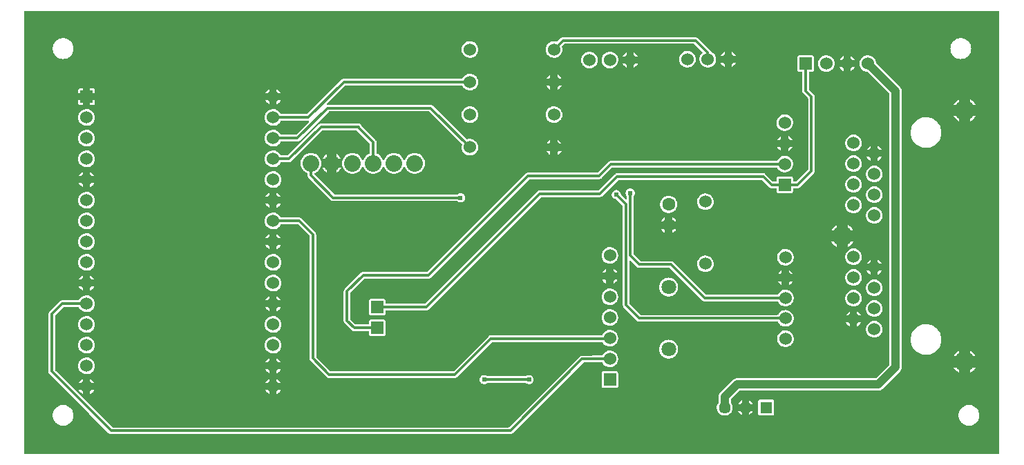
<source format=gbl>
G04 Layer: BottomLayer*
G04 EasyEDA v6.5.22, 2022-11-12 17:47:35*
G04 ce38d28f7cee49089ddcaa43e1d23f5c,50c4fdda8110441fb1e293bfd2639754,10*
G04 Gerber Generator version 0.2*
G04 Scale: 100 percent, Rotated: No, Reflected: No *
G04 Dimensions in millimeters *
G04 leading zeros omitted , absolute positions ,4 integer and 5 decimal *
%FSLAX45Y45*%
%MOMM*%

%ADD10C,0.3000*%
%ADD11C,1.0000*%
%ADD12C,1.5240*%
%ADD13R,1.5240X1.5240*%
%ADD14C,2.5000*%
%ADD15C,1.6000*%
%ADD16C,1.8000*%
%ADD17R,1.5301X1.5301*%
%ADD18C,1.5301*%
%ADD19C,2.0320*%
%ADD20C,1.4481*%
%ADD21R,1.4481X1.4481*%
%ADD22C,0.6096*%
%ADD23C,0.0180*%

%LPD*%
G36*
X36068Y25908D02*
G01*
X32156Y26670D01*
X28854Y28905D01*
X26670Y32207D01*
X25908Y36068D01*
X25908Y5453938D01*
X26670Y5457799D01*
X28854Y5461101D01*
X32156Y5463286D01*
X36068Y5464098D01*
X11963958Y5464098D01*
X11967819Y5463286D01*
X11971070Y5461101D01*
X11973255Y5457799D01*
X11974068Y5453938D01*
X11974068Y36068D01*
X11973255Y32207D01*
X11971070Y28905D01*
X11967819Y26670D01*
X11963958Y25908D01*
G37*

%LPC*%
G36*
X1090320Y269087D02*
G01*
X5979414Y269087D01*
X5987846Y269900D01*
X5995517Y272237D01*
X6002578Y275996D01*
X6009132Y281432D01*
X6874103Y1146352D01*
X6877354Y1148537D01*
X6881215Y1149299D01*
X7100417Y1150620D01*
X7104176Y1149959D01*
X7107326Y1148029D01*
X7109612Y1145032D01*
X7112101Y1139952D01*
X7119823Y1128725D01*
X7128967Y1118616D01*
X7139431Y1109827D01*
X7150912Y1102461D01*
X7163257Y1096721D01*
X7176312Y1092708D01*
X7189774Y1090422D01*
X7203389Y1089964D01*
X7217003Y1091336D01*
X7230262Y1094486D01*
X7242962Y1099413D01*
X7254900Y1105966D01*
X7265873Y1114044D01*
X7275728Y1123543D01*
X7284110Y1134211D01*
X7291070Y1145946D01*
X7296403Y1158494D01*
X7300010Y1171651D01*
X7301839Y1185164D01*
X7301839Y1198829D01*
X7300010Y1212342D01*
X7296403Y1225499D01*
X7291070Y1238046D01*
X7284110Y1249781D01*
X7275728Y1260449D01*
X7265873Y1269949D01*
X7254900Y1278026D01*
X7242962Y1284579D01*
X7230262Y1289507D01*
X7217003Y1292656D01*
X7203389Y1294028D01*
X7189774Y1293571D01*
X7176312Y1291285D01*
X7163257Y1287272D01*
X7150912Y1281531D01*
X7139431Y1274165D01*
X7128967Y1265377D01*
X7119823Y1255268D01*
X7112101Y1244041D01*
X7109155Y1237996D01*
X7106869Y1235049D01*
X7103719Y1233119D01*
X7100062Y1232458D01*
X6860235Y1230985D01*
X6852005Y1230172D01*
X6844385Y1227836D01*
X6837273Y1224076D01*
X6830771Y1218641D01*
X5965901Y353872D01*
X5962650Y351637D01*
X5958789Y350875D01*
X1111046Y350875D01*
X1107135Y351688D01*
X1103833Y353872D01*
X403860Y1053947D01*
X401726Y1057249D01*
X400862Y1061161D01*
X400862Y1718818D01*
X401726Y1722729D01*
X403860Y1726031D01*
X503174Y1825345D01*
X506476Y1827530D01*
X510336Y1828292D01*
X686663Y1828292D01*
X690118Y1827682D01*
X693166Y1825955D01*
X695401Y1823313D01*
X702614Y1811274D01*
X711047Y1800504D01*
X720852Y1791004D01*
X731926Y1782927D01*
X743864Y1776323D01*
X756615Y1771396D01*
X769924Y1768246D01*
X783539Y1766874D01*
X797204Y1767332D01*
X810717Y1769618D01*
X823772Y1773682D01*
X836168Y1779422D01*
X847750Y1786788D01*
X858164Y1795627D01*
X867308Y1805736D01*
X875080Y1817014D01*
X881227Y1829257D01*
X885698Y1842160D01*
X888441Y1855571D01*
X889355Y1869186D01*
X888441Y1882851D01*
X885698Y1896262D01*
X881227Y1909165D01*
X875080Y1921408D01*
X867308Y1932686D01*
X858164Y1942795D01*
X847750Y1951634D01*
X836168Y1959000D01*
X823772Y1964740D01*
X810717Y1968804D01*
X797204Y1971090D01*
X783539Y1971548D01*
X769924Y1970176D01*
X756615Y1967026D01*
X743864Y1962099D01*
X731926Y1955495D01*
X720852Y1947418D01*
X711047Y1937867D01*
X702614Y1927148D01*
X695401Y1915109D01*
X693166Y1912467D01*
X690118Y1910740D01*
X686663Y1910130D01*
X489661Y1910130D01*
X481228Y1909267D01*
X473557Y1906981D01*
X466496Y1903171D01*
X459892Y1897786D01*
X331419Y1769262D01*
X326034Y1762709D01*
X322224Y1755648D01*
X319887Y1747977D01*
X319074Y1739493D01*
X319074Y1040485D01*
X319887Y1032002D01*
X322224Y1024382D01*
X326034Y1017320D01*
X331419Y1010716D01*
X820674Y521411D01*
X821791Y520496D01*
X1060551Y281432D01*
X1067155Y275996D01*
X1074216Y272237D01*
X1081887Y269900D01*
G37*
G36*
X11599976Y372516D02*
G01*
X11615369Y373430D01*
X11630456Y376224D01*
X11645188Y380796D01*
X11659260Y387096D01*
X11672417Y395071D01*
X11684558Y404571D01*
X11695430Y415442D01*
X11704878Y427583D01*
X11712905Y440740D01*
X11719153Y454812D01*
X11723776Y469493D01*
X11726519Y484632D01*
X11727434Y499973D01*
X11726519Y515366D01*
X11723776Y530504D01*
X11719153Y545185D01*
X11712905Y559257D01*
X11704878Y572414D01*
X11695430Y584555D01*
X11684558Y595426D01*
X11672417Y604926D01*
X11659260Y612902D01*
X11645188Y619201D01*
X11630456Y623773D01*
X11615369Y626567D01*
X11599976Y627481D01*
X11584635Y626567D01*
X11569446Y623773D01*
X11554815Y619201D01*
X11540693Y612902D01*
X11527536Y604926D01*
X11515394Y595426D01*
X11504523Y584555D01*
X11495074Y572414D01*
X11487048Y559257D01*
X11480800Y545185D01*
X11476177Y530504D01*
X11473434Y515366D01*
X11472519Y499973D01*
X11473434Y484632D01*
X11476177Y469493D01*
X11480800Y454812D01*
X11487048Y440740D01*
X11495074Y427583D01*
X11504523Y415442D01*
X11515394Y404571D01*
X11527536Y395071D01*
X11540693Y387096D01*
X11554815Y380796D01*
X11569446Y376224D01*
X11584635Y373430D01*
G37*
G36*
X499973Y372516D02*
G01*
X515366Y373430D01*
X530504Y376224D01*
X545185Y380796D01*
X559206Y387096D01*
X572414Y395071D01*
X584504Y404571D01*
X595376Y415442D01*
X604926Y427583D01*
X612851Y440740D01*
X619201Y454812D01*
X623773Y469493D01*
X626516Y484632D01*
X627481Y499973D01*
X626516Y515366D01*
X623773Y530504D01*
X619201Y545185D01*
X612851Y559257D01*
X604926Y572414D01*
X595376Y584555D01*
X584504Y595426D01*
X572414Y604926D01*
X559206Y612902D01*
X545185Y619201D01*
X530504Y623773D01*
X515366Y626567D01*
X499973Y627481D01*
X484581Y626567D01*
X469442Y623773D01*
X454761Y619201D01*
X440791Y612902D01*
X427532Y604926D01*
X415442Y595426D01*
X404571Y584555D01*
X395071Y572414D01*
X387096Y559257D01*
X380746Y545185D01*
X376174Y530504D01*
X373430Y515366D01*
X372465Y499973D01*
X373430Y484632D01*
X376174Y469493D01*
X380746Y454812D01*
X387096Y440740D01*
X395071Y427583D01*
X404571Y415442D01*
X415442Y404571D01*
X427532Y395071D01*
X440791Y387096D01*
X454761Y380796D01*
X469442Y376224D01*
X484581Y373430D01*
G37*
G36*
X9042146Y497687D02*
G01*
X9185808Y497687D01*
X9192158Y498398D01*
X9197594Y500329D01*
X9202470Y503377D01*
X9206585Y507492D01*
X9209633Y512368D01*
X9211564Y517855D01*
X9212275Y524154D01*
X9212275Y667816D01*
X9211564Y674166D01*
X9209633Y679602D01*
X9206585Y684530D01*
X9202470Y688594D01*
X9197594Y691692D01*
X9192158Y693623D01*
X9185808Y694334D01*
X9042146Y694334D01*
X9035796Y693623D01*
X9030360Y691692D01*
X9025483Y688594D01*
X9021419Y684530D01*
X9018270Y679602D01*
X9016339Y674166D01*
X9015628Y667816D01*
X9015628Y524154D01*
X9016339Y517855D01*
X9018270Y512368D01*
X9021419Y507492D01*
X9025483Y503377D01*
X9030360Y500329D01*
X9035796Y498398D01*
G37*
G36*
X8599271Y497941D02*
G01*
X8612733Y497941D01*
X8625992Y499770D01*
X8638946Y503377D01*
X8651189Y508711D01*
X8662619Y515721D01*
X8673084Y524154D01*
X8682177Y533958D01*
X8689949Y544931D01*
X8696096Y556869D01*
X8700617Y569468D01*
X8703360Y582625D01*
X8704224Y595985D01*
X8703360Y609396D01*
X8700617Y622503D01*
X8696096Y635152D01*
X8689949Y647090D01*
X8683701Y655878D01*
X8682380Y658672D01*
X8681923Y661720D01*
X8681923Y690372D01*
X8682685Y694232D01*
X8684869Y697534D01*
X8788400Y801116D01*
X8791702Y803300D01*
X8795613Y804113D01*
X10492587Y804164D01*
X10501528Y804976D01*
X10503916Y805383D01*
X10512501Y807516D01*
X10514888Y808278D01*
X10523067Y811682D01*
X10532922Y817372D01*
X10541762Y824484D01*
X10755528Y1038250D01*
X10761116Y1045057D01*
X10767212Y1054709D01*
X10768330Y1056894D01*
X10771733Y1065123D01*
X10774578Y1076096D01*
X10775035Y1078484D01*
X10775797Y1087374D01*
X10775797Y4480356D01*
X10775035Y4489196D01*
X10772444Y4500270D01*
X10771733Y4502556D01*
X10768330Y4510786D01*
X10767212Y4512970D01*
X10761116Y4522622D01*
X10755528Y4529480D01*
X10465054Y4819954D01*
X10463123Y4822647D01*
X10462158Y4825796D01*
X10460583Y4837430D01*
X10456976Y4850587D01*
X10451744Y4863134D01*
X10444734Y4874869D01*
X10436250Y4885588D01*
X10426446Y4895037D01*
X10415473Y4903114D01*
X10403535Y4909667D01*
X10390835Y4914595D01*
X10377576Y4917744D01*
X10363962Y4919116D01*
X10350347Y4918659D01*
X10336885Y4916373D01*
X10323931Y4912360D01*
X10311485Y4906619D01*
X10300004Y4899253D01*
X10289590Y4890465D01*
X10280446Y4880356D01*
X10272725Y4869129D01*
X10266578Y4856937D01*
X10262158Y4844084D01*
X10259415Y4830673D01*
X10258450Y4817110D01*
X10259415Y4803495D01*
X10262158Y4790135D01*
X10266578Y4777232D01*
X10272725Y4765040D01*
X10280446Y4753813D01*
X10289590Y4743704D01*
X10300004Y4734915D01*
X10311485Y4727549D01*
X10323931Y4721809D01*
X10336885Y4717796D01*
X10350957Y4715510D01*
X10354665Y4714646D01*
X10357764Y4712512D01*
X10621060Y4449216D01*
X10623296Y4445914D01*
X10624108Y4442053D01*
X10624108Y1125626D01*
X10623296Y1121765D01*
X10621060Y1118463D01*
X10461498Y958900D01*
X10458196Y956665D01*
X10454335Y955903D01*
X8757310Y955852D01*
X8748471Y955040D01*
X8746083Y954633D01*
X8737396Y952449D01*
X8735110Y951687D01*
X8724646Y947216D01*
X8715044Y941171D01*
X8708237Y935532D01*
X8552332Y779729D01*
X8544814Y770940D01*
X8543340Y768908D01*
X8537651Y759104D01*
X8534247Y750874D01*
X8533485Y748538D01*
X8531352Y739902D01*
X8530082Y728624D01*
X8530082Y661720D01*
X8529624Y658672D01*
X8528253Y655878D01*
X8521954Y647090D01*
X8515807Y635152D01*
X8511387Y622503D01*
X8508644Y609396D01*
X8507730Y595985D01*
X8508644Y582625D01*
X8511387Y569468D01*
X8515807Y556869D01*
X8521954Y544931D01*
X8529726Y533958D01*
X8538921Y524154D01*
X8549335Y515721D01*
X8560714Y508711D01*
X8573058Y503377D01*
X8585962Y499770D01*
G37*
G36*
X8902496Y507593D02*
G01*
X8905189Y508711D01*
X8916619Y515721D01*
X8927084Y524154D01*
X8936177Y533958D01*
X8943949Y544931D01*
X8948369Y553466D01*
X8902496Y553466D01*
G37*
G36*
X8817406Y507593D02*
G01*
X8817406Y553466D01*
X8771585Y553466D01*
X8775954Y544931D01*
X8783726Y533958D01*
X8792921Y524154D01*
X8803335Y515721D01*
X8814714Y508711D01*
G37*
G36*
X8771585Y638556D02*
G01*
X8817406Y638556D01*
X8817406Y684428D01*
X8814714Y683260D01*
X8803335Y676300D01*
X8792921Y667816D01*
X8783726Y658012D01*
X8775954Y647090D01*
G37*
G36*
X8902496Y638556D02*
G01*
X8948369Y638556D01*
X8943949Y647090D01*
X8936177Y658012D01*
X8927084Y667816D01*
X8916619Y676300D01*
X8905189Y683260D01*
X8902496Y684428D01*
G37*
G36*
X742391Y761136D02*
G01*
X742391Y808583D01*
X694893Y808583D01*
X695604Y807008D01*
X702614Y795274D01*
X711047Y784504D01*
X720852Y775004D01*
X731926Y766927D01*
G37*
G36*
X3028391Y761136D02*
G01*
X3028391Y808583D01*
X2980893Y808583D01*
X2988564Y795274D01*
X2997047Y784504D01*
X3006852Y775004D01*
X3017926Y766927D01*
G37*
G36*
X831596Y761288D02*
G01*
X836168Y763422D01*
X847750Y770788D01*
X858164Y779627D01*
X867308Y789736D01*
X875080Y801014D01*
X878941Y808583D01*
X831596Y808583D01*
G37*
G36*
X3117596Y761288D02*
G01*
X3122168Y763422D01*
X3133699Y770788D01*
X3144164Y779627D01*
X3153308Y789736D01*
X3161080Y801014D01*
X3164890Y808583D01*
X3117596Y808583D01*
G37*
G36*
X7124344Y835863D02*
G01*
X7275626Y835863D01*
X7281976Y836625D01*
X7287412Y838504D01*
X7292289Y841603D01*
X7296353Y845667D01*
X7299452Y850595D01*
X7301331Y856030D01*
X7302144Y862380D01*
X7302144Y1013612D01*
X7301331Y1019962D01*
X7299452Y1025398D01*
X7296353Y1030325D01*
X7292289Y1034389D01*
X7287412Y1037488D01*
X7281976Y1039368D01*
X7275626Y1040079D01*
X7124344Y1040079D01*
X7117994Y1039368D01*
X7112558Y1037488D01*
X7107681Y1034389D01*
X7103567Y1030325D01*
X7100519Y1025398D01*
X7098588Y1019962D01*
X7097928Y1013612D01*
X7097928Y862380D01*
X7098588Y856030D01*
X7100519Y850595D01*
X7103567Y845667D01*
X7107681Y841603D01*
X7112558Y838504D01*
X7117994Y836625D01*
G37*
G36*
X5659983Y881634D02*
G01*
X5669737Y882497D01*
X5679287Y885037D01*
X5688126Y889203D01*
X5696762Y895248D01*
X5699556Y896619D01*
X5702604Y897077D01*
X6167323Y897077D01*
X6170371Y896619D01*
X6173216Y895248D01*
X6181801Y889203D01*
X6190691Y885037D01*
X6200190Y882497D01*
X6209944Y881634D01*
X6219799Y882497D01*
X6229248Y885037D01*
X6238189Y889203D01*
X6246215Y894842D01*
X6253124Y901750D01*
X6258814Y909828D01*
X6262928Y918718D01*
X6265519Y928217D01*
X6266332Y937971D01*
X6265519Y947775D01*
X6262928Y957275D01*
X6258814Y966165D01*
X6253124Y974242D01*
X6246215Y981151D01*
X6238189Y986790D01*
X6229248Y990955D01*
X6219799Y993495D01*
X6209944Y994359D01*
X6200190Y993495D01*
X6190691Y990955D01*
X6181801Y986790D01*
X6173216Y980744D01*
X6170371Y979373D01*
X6167323Y978916D01*
X5702604Y978916D01*
X5699556Y979373D01*
X5696762Y980744D01*
X5688126Y986790D01*
X5679287Y990955D01*
X5669737Y993495D01*
X5659983Y994359D01*
X5650230Y993495D01*
X5640730Y990955D01*
X5631789Y986790D01*
X5623814Y981151D01*
X5616803Y974242D01*
X5611215Y966165D01*
X5607050Y957275D01*
X5604459Y947775D01*
X5603646Y937971D01*
X5604459Y928217D01*
X5607050Y918718D01*
X5611215Y909828D01*
X5616803Y901750D01*
X5623814Y894842D01*
X5631789Y889203D01*
X5640730Y885037D01*
X5650230Y882497D01*
G37*
G36*
X831596Y897788D02*
G01*
X878941Y897788D01*
X875080Y905408D01*
X867308Y916686D01*
X858164Y926795D01*
X847750Y935634D01*
X836168Y943000D01*
X831596Y945134D01*
G37*
G36*
X3117596Y897788D02*
G01*
X3164890Y897788D01*
X3161080Y905408D01*
X3153308Y916686D01*
X3144164Y926795D01*
X3133699Y935634D01*
X3122168Y943000D01*
X3117596Y945134D01*
G37*
G36*
X694893Y897788D02*
G01*
X742391Y897788D01*
X742391Y945286D01*
X731926Y939495D01*
X720852Y931418D01*
X711047Y921867D01*
X702614Y911148D01*
X695604Y899363D01*
G37*
G36*
X2980893Y897788D02*
G01*
X3028391Y897788D01*
X3028391Y945286D01*
X3017926Y939495D01*
X3006852Y931418D01*
X2997047Y921867D01*
X2988564Y911148D01*
G37*
G36*
X3760470Y959103D02*
G01*
X5299506Y959103D01*
X5307939Y959916D01*
X5315610Y962253D01*
X5322671Y966012D01*
X5329224Y971448D01*
X5753912Y1396136D01*
X5757265Y1398320D01*
X5761126Y1399082D01*
X7103364Y1399082D01*
X7106513Y1398574D01*
X7109409Y1397050D01*
X7111746Y1394663D01*
X7119924Y1382725D01*
X7128967Y1372616D01*
X7139431Y1363827D01*
X7150912Y1356461D01*
X7163257Y1350721D01*
X7176312Y1346708D01*
X7189774Y1344422D01*
X7203389Y1343964D01*
X7217003Y1345336D01*
X7230262Y1348486D01*
X7242962Y1353413D01*
X7254900Y1359966D01*
X7265873Y1368044D01*
X7275728Y1377543D01*
X7284110Y1388211D01*
X7291070Y1399946D01*
X7296403Y1412494D01*
X7300010Y1425651D01*
X7301839Y1439164D01*
X7301839Y1452829D01*
X7300010Y1466342D01*
X7296403Y1479499D01*
X7291070Y1492046D01*
X7284110Y1503781D01*
X7275728Y1514449D01*
X7265873Y1523949D01*
X7254900Y1532026D01*
X7242962Y1538579D01*
X7230262Y1543507D01*
X7217003Y1546656D01*
X7203389Y1548028D01*
X7189774Y1547571D01*
X7176312Y1545285D01*
X7163257Y1541272D01*
X7150912Y1535531D01*
X7139431Y1528165D01*
X7128967Y1519377D01*
X7119823Y1509268D01*
X7112101Y1498041D01*
X7106310Y1486458D01*
X7104024Y1483512D01*
X7100874Y1481582D01*
X7097217Y1480921D01*
X5740501Y1480921D01*
X5731967Y1480058D01*
X5724398Y1477721D01*
X5717286Y1473962D01*
X5710682Y1468577D01*
X5285994Y1043889D01*
X5282742Y1041653D01*
X5278882Y1040892D01*
X3781196Y1040892D01*
X3777234Y1041653D01*
X3773932Y1043889D01*
X3603853Y1213967D01*
X3601669Y1217269D01*
X3600907Y1221130D01*
X3600907Y2719476D01*
X3600094Y2727960D01*
X3597706Y2735630D01*
X3593947Y2742692D01*
X3588562Y2749296D01*
X3424021Y2913786D01*
X3417519Y2919171D01*
X3410407Y2922981D01*
X3402787Y2925267D01*
X3394303Y2926130D01*
X3173069Y2926130D01*
X3169412Y2926791D01*
X3166262Y2928721D01*
X3163976Y2931718D01*
X3161080Y2937408D01*
X3153308Y2948686D01*
X3144164Y2958795D01*
X3133699Y2967634D01*
X3122168Y2975000D01*
X3109772Y2980740D01*
X3096717Y2984804D01*
X3083255Y2987090D01*
X3069539Y2987548D01*
X3055924Y2986176D01*
X3042666Y2983026D01*
X3029864Y2978099D01*
X3017926Y2971495D01*
X3006852Y2963418D01*
X2997047Y2953867D01*
X2988564Y2943148D01*
X2981655Y2931363D01*
X2976321Y2918815D01*
X2972612Y2905607D01*
X2970885Y2892044D01*
X2970885Y2878378D01*
X2972612Y2864815D01*
X2976321Y2851607D01*
X2981655Y2839008D01*
X2988564Y2827274D01*
X2997047Y2816504D01*
X3006852Y2807004D01*
X3017926Y2798927D01*
X3029864Y2792323D01*
X3042666Y2787396D01*
X3055924Y2784246D01*
X3069539Y2782874D01*
X3083255Y2783332D01*
X3096717Y2785618D01*
X3109772Y2789682D01*
X3122168Y2795422D01*
X3133699Y2802788D01*
X3144164Y2811627D01*
X3153308Y2821736D01*
X3161080Y2833014D01*
X3163976Y2838704D01*
X3166262Y2841701D01*
X3169412Y2843631D01*
X3173069Y2844292D01*
X3373577Y2844292D01*
X3377488Y2843530D01*
X3380790Y2841345D01*
X3516071Y2706014D01*
X3518357Y2702712D01*
X3519119Y2698851D01*
X3519119Y1200505D01*
X3519932Y1192022D01*
X3522218Y1184351D01*
X3525977Y1177290D01*
X3531412Y1170736D01*
X3730701Y971448D01*
X3737305Y966012D01*
X3744315Y962253D01*
X3752037Y959916D01*
G37*
G36*
X783539Y1004874D02*
G01*
X797204Y1005332D01*
X810717Y1007618D01*
X823772Y1011682D01*
X836168Y1017422D01*
X847750Y1024788D01*
X858164Y1033627D01*
X867308Y1043736D01*
X875080Y1055014D01*
X881227Y1067257D01*
X885698Y1080160D01*
X888441Y1093571D01*
X889355Y1107186D01*
X888441Y1120851D01*
X885698Y1134262D01*
X881227Y1147165D01*
X875080Y1159408D01*
X867308Y1170686D01*
X858164Y1180795D01*
X847750Y1189634D01*
X836168Y1197000D01*
X823772Y1202740D01*
X810717Y1206804D01*
X797204Y1209090D01*
X783539Y1209548D01*
X769924Y1208176D01*
X756615Y1205026D01*
X743864Y1200099D01*
X731926Y1193495D01*
X720852Y1185418D01*
X711047Y1175867D01*
X702614Y1165148D01*
X695604Y1153363D01*
X690270Y1140815D01*
X686612Y1127607D01*
X684834Y1114044D01*
X684834Y1100378D01*
X686612Y1086815D01*
X690270Y1073607D01*
X695604Y1061008D01*
X702614Y1049274D01*
X711047Y1038504D01*
X720852Y1029004D01*
X731926Y1020927D01*
X743864Y1014323D01*
X756615Y1009396D01*
X769924Y1006246D01*
G37*
G36*
X3028391Y1015136D02*
G01*
X3028391Y1062583D01*
X2980893Y1062583D01*
X2988564Y1049274D01*
X2997047Y1038504D01*
X3006852Y1029004D01*
X3017926Y1020927D01*
G37*
G36*
X3117596Y1015288D02*
G01*
X3122168Y1017422D01*
X3133699Y1024788D01*
X3144164Y1033627D01*
X3153308Y1043736D01*
X3161080Y1055014D01*
X3164890Y1062583D01*
X3117596Y1062583D01*
G37*
G36*
X11480596Y1022400D02*
G01*
X11480596Y1087628D01*
X11415369Y1087628D01*
X11421719Y1076198D01*
X11431473Y1062431D01*
X11442801Y1049782D01*
X11455400Y1038504D01*
X11469217Y1028750D01*
G37*
G36*
X11618315Y1022400D02*
G01*
X11629796Y1028750D01*
X11643512Y1038504D01*
X11656212Y1049782D01*
X11667439Y1062431D01*
X11677294Y1076198D01*
X11683542Y1087628D01*
X11618315Y1087628D01*
G37*
G36*
X3117596Y1151788D02*
G01*
X3164890Y1151788D01*
X3161080Y1159408D01*
X3153308Y1170686D01*
X3144164Y1180795D01*
X3133699Y1189634D01*
X3122168Y1197000D01*
X3117596Y1199134D01*
G37*
G36*
X2980893Y1151788D02*
G01*
X3028391Y1151788D01*
X3028391Y1199286D01*
X3017926Y1193495D01*
X3006852Y1185418D01*
X2997047Y1175867D01*
X2988564Y1165148D01*
G37*
G36*
X7920024Y1195120D02*
G01*
X7934553Y1196035D01*
X7948828Y1198727D01*
X7962646Y1203248D01*
X7975803Y1209446D01*
X7988096Y1217218D01*
X7999272Y1226515D01*
X8009280Y1237132D01*
X8017865Y1248918D01*
X8024825Y1261668D01*
X8030159Y1275181D01*
X8033867Y1289304D01*
X8035594Y1303731D01*
X8035594Y1318260D01*
X8033867Y1332687D01*
X8030159Y1346809D01*
X8024825Y1360322D01*
X8017865Y1373073D01*
X8009280Y1384858D01*
X7999272Y1395476D01*
X7988096Y1404772D01*
X7975803Y1412544D01*
X7962646Y1418742D01*
X7948828Y1423263D01*
X7934553Y1425956D01*
X7920024Y1426870D01*
X7905496Y1425956D01*
X7891119Y1423263D01*
X7877302Y1418742D01*
X7864144Y1412544D01*
X7851851Y1404772D01*
X7840624Y1395476D01*
X7830667Y1384858D01*
X7822184Y1373073D01*
X7815122Y1360322D01*
X7809788Y1346809D01*
X7806181Y1332687D01*
X7804353Y1318260D01*
X7804353Y1303731D01*
X7806181Y1289304D01*
X7809788Y1275181D01*
X7815122Y1261668D01*
X7822184Y1248918D01*
X7830667Y1237132D01*
X7840624Y1226515D01*
X7851851Y1217218D01*
X7864144Y1209446D01*
X7877302Y1203248D01*
X7891119Y1198727D01*
X7905496Y1196035D01*
G37*
G36*
X11415369Y1225346D02*
G01*
X11480596Y1225346D01*
X11480596Y1290574D01*
X11469217Y1284274D01*
X11455400Y1274470D01*
X11442801Y1263192D01*
X11431473Y1250594D01*
X11421719Y1236776D01*
G37*
G36*
X11618315Y1225346D02*
G01*
X11683542Y1225346D01*
X11677294Y1236776D01*
X11667439Y1250594D01*
X11656212Y1263192D01*
X11643512Y1274470D01*
X11629796Y1284274D01*
X11618315Y1290574D01*
G37*
G36*
X11069777Y1241653D02*
G01*
X11088573Y1242161D01*
X11107166Y1244498D01*
X11125454Y1248664D01*
X11143335Y1254658D01*
X11160455Y1262380D01*
X11176660Y1271727D01*
X11191900Y1282700D01*
X11206022Y1295146D01*
X11218773Y1308912D01*
X11230102Y1323898D01*
X11239957Y1339900D01*
X11248085Y1356817D01*
X11254486Y1374495D01*
X11259108Y1392682D01*
X11261953Y1411224D01*
X11262868Y1430020D01*
X11261953Y1448765D01*
X11259108Y1467358D01*
X11254486Y1485544D01*
X11248085Y1503172D01*
X11239957Y1520088D01*
X11230102Y1536141D01*
X11218773Y1551127D01*
X11206022Y1564894D01*
X11191900Y1577289D01*
X11176660Y1588262D01*
X11160455Y1597660D01*
X11143335Y1605381D01*
X11125454Y1611376D01*
X11107166Y1615541D01*
X11088573Y1617878D01*
X11069777Y1618335D01*
X11051032Y1616964D01*
X11032540Y1613662D01*
X11014506Y1608582D01*
X10997031Y1601724D01*
X10980267Y1593138D01*
X10964519Y1582978D01*
X10949787Y1571244D01*
X10936376Y1558137D01*
X10924286Y1543761D01*
X10913719Y1528267D01*
X10904728Y1511757D01*
X10897412Y1494434D01*
X10891926Y1476502D01*
X10888167Y1458061D01*
X10886287Y1439418D01*
X10886287Y1420622D01*
X10888167Y1401927D01*
X10891926Y1383538D01*
X10897412Y1365554D01*
X10904728Y1348282D01*
X10913719Y1331772D01*
X10924286Y1316278D01*
X10936376Y1301851D01*
X10949787Y1288745D01*
X10964519Y1277061D01*
X10980267Y1266850D01*
X10997031Y1258265D01*
X11014506Y1251407D01*
X11032540Y1246327D01*
X11051032Y1243076D01*
G37*
G36*
X783539Y1258874D02*
G01*
X797204Y1259332D01*
X810717Y1261618D01*
X823772Y1265682D01*
X836168Y1271422D01*
X847750Y1278788D01*
X858164Y1287627D01*
X867308Y1297736D01*
X875080Y1309014D01*
X881227Y1321257D01*
X885698Y1334160D01*
X888441Y1347571D01*
X889355Y1361186D01*
X888441Y1374851D01*
X885698Y1388262D01*
X881227Y1401165D01*
X875080Y1413408D01*
X867308Y1424686D01*
X858164Y1434795D01*
X847750Y1443634D01*
X836168Y1451000D01*
X823772Y1456740D01*
X810717Y1460804D01*
X797204Y1463090D01*
X783539Y1463548D01*
X769924Y1462176D01*
X756615Y1459026D01*
X743864Y1454099D01*
X731926Y1447495D01*
X720852Y1439418D01*
X711047Y1429867D01*
X702614Y1419148D01*
X695604Y1407363D01*
X690270Y1394815D01*
X686612Y1381607D01*
X684834Y1368044D01*
X684834Y1354378D01*
X686612Y1340815D01*
X690270Y1327607D01*
X695604Y1315008D01*
X702614Y1303274D01*
X711047Y1292504D01*
X720852Y1283004D01*
X731926Y1274927D01*
X743864Y1268323D01*
X756615Y1263396D01*
X769924Y1260246D01*
G37*
G36*
X3069539Y1258874D02*
G01*
X3083255Y1259332D01*
X3096717Y1261618D01*
X3109772Y1265682D01*
X3122168Y1271422D01*
X3133699Y1278788D01*
X3144164Y1287627D01*
X3153308Y1297736D01*
X3161080Y1309014D01*
X3167278Y1321257D01*
X3171698Y1334160D01*
X3174441Y1347571D01*
X3175355Y1361186D01*
X3174441Y1374851D01*
X3171698Y1388262D01*
X3167278Y1401165D01*
X3161080Y1413408D01*
X3153308Y1424686D01*
X3144164Y1434795D01*
X3133699Y1443634D01*
X3122168Y1451000D01*
X3109772Y1456740D01*
X3096717Y1460804D01*
X3083255Y1463090D01*
X3069539Y1463548D01*
X3055924Y1462176D01*
X3042666Y1459026D01*
X3029864Y1454099D01*
X3017926Y1447495D01*
X3006852Y1439418D01*
X2997047Y1429867D01*
X2988564Y1419148D01*
X2981655Y1407363D01*
X2976321Y1394815D01*
X2972612Y1381607D01*
X2970885Y1368044D01*
X2970885Y1354378D01*
X2972612Y1340815D01*
X2976321Y1327607D01*
X2981655Y1315008D01*
X2988564Y1303274D01*
X2997047Y1292504D01*
X3006852Y1283004D01*
X3017926Y1274927D01*
X3029864Y1268323D01*
X3042666Y1263396D01*
X3055924Y1260246D01*
G37*
G36*
X9346539Y1337970D02*
G01*
X9360154Y1338427D01*
X9373616Y1340713D01*
X9386671Y1344726D01*
X9399016Y1350467D01*
X9410496Y1357833D01*
X9420910Y1366621D01*
X9430054Y1376730D01*
X9437776Y1387957D01*
X9443923Y1400149D01*
X9448444Y1413002D01*
X9451187Y1426413D01*
X9452051Y1439976D01*
X9451187Y1453591D01*
X9448444Y1466951D01*
X9443923Y1479854D01*
X9437776Y1491996D01*
X9430054Y1503273D01*
X9420910Y1513382D01*
X9410496Y1522171D01*
X9399016Y1529537D01*
X9386671Y1535277D01*
X9373616Y1539290D01*
X9360154Y1541576D01*
X9346539Y1542034D01*
X9333026Y1540662D01*
X9319717Y1537512D01*
X9306966Y1532585D01*
X9295028Y1526032D01*
X9284055Y1517954D01*
X9274251Y1508455D01*
X9265767Y1497787D01*
X9258858Y1486052D01*
X9253524Y1473504D01*
X9249918Y1460347D01*
X9248089Y1446834D01*
X9248089Y1433169D01*
X9249918Y1419656D01*
X9253524Y1406499D01*
X9258858Y1393952D01*
X9265767Y1382217D01*
X9274251Y1371498D01*
X9284055Y1362049D01*
X9295028Y1353972D01*
X9306966Y1347419D01*
X9319717Y1342491D01*
X9333026Y1339342D01*
G37*
G36*
X10432694Y1455166D02*
G01*
X10446308Y1455166D01*
X10459770Y1456944D01*
X10472928Y1460550D01*
X10485526Y1465884D01*
X10497210Y1472844D01*
X10507980Y1481277D01*
X10517428Y1491081D01*
X10525556Y1502054D01*
X10532059Y1514043D01*
X10536936Y1526743D01*
X10540187Y1540002D01*
X10541457Y1553616D01*
X10541000Y1567230D01*
X10538815Y1580692D01*
X10534751Y1593697D01*
X10528960Y1606092D01*
X10521696Y1617573D01*
X10512856Y1627987D01*
X10502696Y1637131D01*
X10491470Y1644853D01*
X10479328Y1651000D01*
X10466476Y1655470D01*
X10453116Y1658162D01*
X10439501Y1659077D01*
X10425887Y1658162D01*
X10412526Y1655470D01*
X10399572Y1651000D01*
X10387431Y1644853D01*
X10376204Y1637131D01*
X10366044Y1627987D01*
X10357307Y1617573D01*
X10349941Y1606092D01*
X10344251Y1593697D01*
X10340187Y1580692D01*
X10337901Y1567230D01*
X10337444Y1553616D01*
X10338816Y1540002D01*
X10341965Y1526743D01*
X10346842Y1514043D01*
X10353446Y1502054D01*
X10361472Y1491081D01*
X10371023Y1481277D01*
X10381691Y1472844D01*
X10393476Y1465884D01*
X10405973Y1460550D01*
X10419181Y1456944D01*
G37*
G36*
X4274312Y1470863D02*
G01*
X4425594Y1470863D01*
X4431944Y1471625D01*
X4437380Y1473504D01*
X4442256Y1476603D01*
X4446371Y1480667D01*
X4449521Y1485595D01*
X4451350Y1491030D01*
X4452112Y1497380D01*
X4452112Y1648612D01*
X4451350Y1654962D01*
X4449521Y1660398D01*
X4446371Y1665325D01*
X4442256Y1669389D01*
X4437380Y1672488D01*
X4431944Y1674368D01*
X4425594Y1675079D01*
X4274312Y1675079D01*
X4268012Y1674368D01*
X4262526Y1672488D01*
X4257649Y1669389D01*
X4253585Y1665325D01*
X4250537Y1660398D01*
X4248607Y1654962D01*
X4247896Y1648612D01*
X4247896Y1624177D01*
X4247134Y1620316D01*
X4244949Y1617014D01*
X4241596Y1614779D01*
X4237685Y1614017D01*
X4088129Y1614017D01*
X4084269Y1614779D01*
X4080916Y1617014D01*
X4023766Y1674012D01*
X4021582Y1677314D01*
X4020769Y1681175D01*
X4020769Y1998776D01*
X4021582Y2002637D01*
X4023766Y2005939D01*
X4194048Y2176170D01*
X4197350Y2178354D01*
X4201210Y2179167D01*
X4979416Y2179167D01*
X4987899Y2179980D01*
X4995519Y2182317D01*
X5002580Y2186076D01*
X5009134Y2191512D01*
X6213805Y3396132D01*
X6217107Y3398316D01*
X6220968Y3399129D01*
X7069581Y3399129D01*
X7078065Y3399942D01*
X7085685Y3402279D01*
X7092746Y3406038D01*
X7099300Y3411474D01*
X7224014Y3536137D01*
X7227316Y3538321D01*
X7231176Y3539083D01*
X9243110Y3541471D01*
X9246819Y3540760D01*
X9250121Y3538728D01*
X9252305Y3535629D01*
X9253321Y3533444D01*
X9260687Y3521964D01*
X9269425Y3511550D01*
X9279585Y3502406D01*
X9290812Y3494684D01*
X9302953Y3488537D01*
X9315907Y3484067D01*
X9329267Y3481324D01*
X9342882Y3480409D01*
X9356496Y3481324D01*
X9369856Y3484067D01*
X9382709Y3488537D01*
X9394850Y3494684D01*
X9406077Y3502406D01*
X9416237Y3511550D01*
X9425076Y3521964D01*
X9432340Y3533444D01*
X9438132Y3545840D01*
X9442196Y3558844D01*
X9444380Y3572306D01*
X9444837Y3585921D01*
X9443567Y3599484D01*
X9440316Y3612743D01*
X9435439Y3625494D01*
X9428937Y3637432D01*
X9420809Y3648405D01*
X9411360Y3658209D01*
X9400590Y3666693D01*
X9388906Y3673652D01*
X9376308Y3678936D01*
X9363151Y3682542D01*
X9349689Y3684371D01*
X9336074Y3684371D01*
X9322562Y3682542D01*
X9309354Y3678936D01*
X9296857Y3673652D01*
X9285071Y3666693D01*
X9274403Y3658209D01*
X9264853Y3648405D01*
X9256826Y3637432D01*
X9251950Y3628593D01*
X9249664Y3625799D01*
X9246616Y3623970D01*
X9243009Y3623310D01*
X7210450Y3620871D01*
X7202017Y3620058D01*
X7194346Y3617722D01*
X7187285Y3613962D01*
X7180732Y3608527D01*
X7056069Y3483914D01*
X7052767Y3481679D01*
X7048957Y3480917D01*
X6200343Y3480917D01*
X6191910Y3480104D01*
X6184188Y3477768D01*
X6177178Y3474008D01*
X6170574Y3468573D01*
X4965903Y2263952D01*
X4962601Y2261717D01*
X4958740Y2260955D01*
X4180535Y2260955D01*
X4172051Y2260142D01*
X4164380Y2257806D01*
X4157319Y2254046D01*
X4150766Y2248611D01*
X3951376Y2049170D01*
X3945940Y2042617D01*
X3942130Y2035556D01*
X3939794Y2027885D01*
X3939032Y2019401D01*
X3939032Y1660499D01*
X3939794Y1652016D01*
X3942130Y1644345D01*
X3945940Y1637283D01*
X3951274Y1630730D01*
X4037787Y1544523D01*
X4044289Y1539138D01*
X4051401Y1535379D01*
X4059021Y1533042D01*
X4067505Y1532229D01*
X4237685Y1532229D01*
X4241596Y1531416D01*
X4244949Y1529232D01*
X4247134Y1525930D01*
X4247896Y1522069D01*
X4247896Y1497380D01*
X4248607Y1491030D01*
X4250537Y1485595D01*
X4253585Y1480667D01*
X4257649Y1476603D01*
X4262526Y1473504D01*
X4268012Y1471625D01*
G37*
G36*
X783539Y1512874D02*
G01*
X797204Y1513332D01*
X810717Y1515618D01*
X823772Y1519682D01*
X836168Y1525422D01*
X847750Y1532788D01*
X858164Y1541627D01*
X867308Y1551736D01*
X875080Y1563014D01*
X881227Y1575257D01*
X885698Y1588160D01*
X888441Y1601571D01*
X889355Y1615186D01*
X888441Y1628851D01*
X885698Y1642262D01*
X881227Y1655165D01*
X875080Y1667408D01*
X867308Y1678686D01*
X858164Y1688795D01*
X847750Y1697634D01*
X836168Y1705000D01*
X823772Y1710740D01*
X810717Y1714804D01*
X797204Y1717090D01*
X783539Y1717548D01*
X769924Y1716176D01*
X756615Y1713026D01*
X743864Y1708099D01*
X731926Y1701495D01*
X720852Y1693418D01*
X711047Y1683867D01*
X702614Y1673148D01*
X695604Y1661363D01*
X690270Y1648815D01*
X686612Y1635607D01*
X684834Y1622044D01*
X684834Y1608378D01*
X686612Y1594815D01*
X690270Y1581607D01*
X695604Y1569008D01*
X702614Y1557274D01*
X711047Y1546504D01*
X720852Y1537004D01*
X731926Y1528927D01*
X743864Y1522323D01*
X756615Y1517396D01*
X769924Y1514246D01*
G37*
G36*
X3069539Y1512874D02*
G01*
X3083255Y1513332D01*
X3096717Y1515618D01*
X3109772Y1519682D01*
X3122168Y1525422D01*
X3133699Y1532788D01*
X3144164Y1541627D01*
X3153308Y1551736D01*
X3161080Y1563014D01*
X3167278Y1575257D01*
X3171698Y1588160D01*
X3174441Y1601571D01*
X3175355Y1615186D01*
X3174441Y1628851D01*
X3171698Y1642262D01*
X3167278Y1655165D01*
X3161080Y1667408D01*
X3153308Y1678686D01*
X3144164Y1688795D01*
X3133699Y1697634D01*
X3122168Y1705000D01*
X3109772Y1710740D01*
X3096717Y1714804D01*
X3083255Y1717090D01*
X3069539Y1717548D01*
X3055924Y1716176D01*
X3042666Y1713026D01*
X3029864Y1708099D01*
X3017926Y1701495D01*
X3006852Y1693418D01*
X2997047Y1683867D01*
X2988564Y1673148D01*
X2981655Y1661363D01*
X2976321Y1648815D01*
X2972612Y1635607D01*
X2970885Y1622044D01*
X2970885Y1608378D01*
X2972612Y1594815D01*
X2976321Y1581607D01*
X2981655Y1569008D01*
X2988564Y1557274D01*
X2997047Y1546504D01*
X3006852Y1537004D01*
X3017926Y1528927D01*
X3029864Y1522323D01*
X3042666Y1517396D01*
X3055924Y1514246D01*
G37*
G36*
X9346539Y1587957D02*
G01*
X9360154Y1588414D01*
X9373616Y1590700D01*
X9386671Y1594713D01*
X9399016Y1600454D01*
X9410496Y1607820D01*
X9420910Y1616608D01*
X9430054Y1626717D01*
X9437776Y1637995D01*
X9443923Y1650136D01*
X9448444Y1663039D01*
X9451187Y1676400D01*
X9452051Y1690014D01*
X9451187Y1703578D01*
X9448444Y1716989D01*
X9443923Y1729841D01*
X9437776Y1742033D01*
X9430054Y1753260D01*
X9420910Y1763369D01*
X9410496Y1772157D01*
X9399016Y1779524D01*
X9386671Y1785264D01*
X9373616Y1789277D01*
X9360154Y1791563D01*
X9346539Y1792020D01*
X9333026Y1790649D01*
X9319717Y1787499D01*
X9306966Y1782572D01*
X9295028Y1776018D01*
X9284055Y1767941D01*
X9274251Y1758492D01*
X9265767Y1747774D01*
X9258757Y1735886D01*
X9256471Y1733245D01*
X9253423Y1731467D01*
X9250019Y1730908D01*
X7581188Y1730908D01*
X7577226Y1731670D01*
X7573924Y1733854D01*
X7443876Y1863953D01*
X7441641Y1867255D01*
X7440930Y1871167D01*
X7440930Y2386888D01*
X7441641Y2390749D01*
X7443876Y2394051D01*
X7447178Y2396236D01*
X7451039Y2397048D01*
X7454900Y2396236D01*
X7458202Y2394051D01*
X7530744Y2321560D01*
X7537297Y2316124D01*
X7544358Y2312365D01*
X7552080Y2310028D01*
X7560564Y2309215D01*
X7928762Y2309215D01*
X7932623Y2308402D01*
X7935925Y2306218D01*
X8330539Y1911350D01*
X8337194Y1905914D01*
X8344204Y1902155D01*
X8351926Y1899818D01*
X8360359Y1899005D01*
X9250121Y1899005D01*
X9253524Y1898396D01*
X9256572Y1896668D01*
X9258858Y1894027D01*
X9265767Y1882241D01*
X9274251Y1871522D01*
X9284055Y1862023D01*
X9295028Y1853946D01*
X9306966Y1847392D01*
X9319717Y1842516D01*
X9333026Y1839315D01*
X9346539Y1837943D01*
X9360154Y1838401D01*
X9373616Y1840687D01*
X9386671Y1844751D01*
X9399016Y1850491D01*
X9410496Y1857806D01*
X9420910Y1866595D01*
X9430054Y1876704D01*
X9437776Y1887982D01*
X9443923Y1900123D01*
X9448444Y1913026D01*
X9451187Y1926386D01*
X9452051Y1940001D01*
X9451187Y1953615D01*
X9448444Y1966975D01*
X9443923Y1979828D01*
X9437776Y1992020D01*
X9430054Y2003247D01*
X9420910Y2013356D01*
X9410496Y2022195D01*
X9399016Y2029510D01*
X9386671Y2035251D01*
X9373616Y2039315D01*
X9360154Y2041550D01*
X9346539Y2042007D01*
X9333026Y2040636D01*
X9319717Y2037486D01*
X9306966Y2032609D01*
X9295028Y2026056D01*
X9284055Y2017928D01*
X9274251Y2008479D01*
X9265767Y1997760D01*
X9258757Y1985772D01*
X9256471Y1983130D01*
X9253423Y1981403D01*
X9250019Y1980793D01*
X8381085Y1980793D01*
X8377123Y1981606D01*
X8373821Y1983790D01*
X7979206Y2378659D01*
X7972653Y2384094D01*
X7965592Y2387854D01*
X7957870Y2390190D01*
X7949387Y2391003D01*
X7581188Y2391003D01*
X7577277Y2391765D01*
X7573975Y2394000D01*
X7493914Y2474061D01*
X7491730Y2477363D01*
X7490917Y2481224D01*
X7490917Y3187293D01*
X7491425Y3190392D01*
X7492746Y3193135D01*
X7498892Y3201771D01*
X7502956Y3210712D01*
X7505496Y3220161D01*
X7506360Y3229965D01*
X7505496Y3239770D01*
X7502956Y3249218D01*
X7498892Y3258159D01*
X7493203Y3266186D01*
X7486294Y3273145D01*
X7478217Y3278784D01*
X7469276Y3282899D01*
X7459878Y3285439D01*
X7450023Y3286302D01*
X7440269Y3285439D01*
X7430770Y3282899D01*
X7421880Y3278784D01*
X7413853Y3273145D01*
X7406843Y3266186D01*
X7401255Y3258159D01*
X7397089Y3249218D01*
X7394549Y3239770D01*
X7393686Y3229965D01*
X7394549Y3220161D01*
X7397089Y3210712D01*
X7401255Y3201771D01*
X7407300Y3193135D01*
X7408621Y3190392D01*
X7409180Y3187293D01*
X7409180Y3163011D01*
X7408367Y3159099D01*
X7406131Y3155848D01*
X7402830Y3153613D01*
X7398969Y3152851D01*
X7395108Y3153613D01*
X7391755Y3155848D01*
X7338669Y3208934D01*
X7336637Y3211830D01*
X7335723Y3215233D01*
X7335367Y3219704D01*
X7332776Y3229152D01*
X7328662Y3238093D01*
X7323023Y3246120D01*
X7316063Y3253079D01*
X7308037Y3258718D01*
X7299096Y3262833D01*
X7289647Y3265373D01*
X7279843Y3266236D01*
X7270038Y3265373D01*
X7260640Y3262833D01*
X7251700Y3258718D01*
X7243622Y3253079D01*
X7236714Y3246120D01*
X7231024Y3238093D01*
X7226960Y3229152D01*
X7224369Y3219704D01*
X7223556Y3209899D01*
X7224369Y3200095D01*
X7226960Y3190646D01*
X7231024Y3181705D01*
X7236714Y3173679D01*
X7243622Y3166719D01*
X7251700Y3161080D01*
X7260640Y3156966D01*
X7270038Y3154426D01*
X7274509Y3154019D01*
X7277912Y3153105D01*
X7280808Y3151073D01*
X7356094Y3075838D01*
X7358278Y3072536D01*
X7359040Y3068624D01*
X7359040Y1850491D01*
X7359903Y1842007D01*
X7362240Y1834337D01*
X7366000Y1827275D01*
X7371435Y1820722D01*
X7530744Y1661414D01*
X7537297Y1656029D01*
X7544358Y1652219D01*
X7551978Y1649933D01*
X7560462Y1649069D01*
X9250019Y1649069D01*
X9253524Y1648460D01*
X9256471Y1646732D01*
X9258757Y1644091D01*
X9265767Y1632204D01*
X9274251Y1621536D01*
X9284055Y1612036D01*
X9295028Y1603959D01*
X9306966Y1597406D01*
X9319717Y1592478D01*
X9333026Y1589328D01*
G37*
G36*
X10229951Y1592224D02*
G01*
X10231526Y1592884D01*
X10243210Y1599844D01*
X10253980Y1608277D01*
X10263428Y1618081D01*
X10271556Y1629054D01*
X10277246Y1639570D01*
X10229951Y1639570D01*
G37*
G36*
X10141051Y1592224D02*
G01*
X10141051Y1639570D01*
X10093655Y1639570D01*
X10099446Y1629054D01*
X10107472Y1618081D01*
X10117023Y1608277D01*
X10127691Y1599844D01*
X10139476Y1592884D01*
G37*
G36*
X7203389Y1597964D02*
G01*
X7217003Y1599336D01*
X7230262Y1602486D01*
X7242962Y1607413D01*
X7254900Y1613966D01*
X7265873Y1622044D01*
X7275728Y1631543D01*
X7284110Y1642211D01*
X7291070Y1653946D01*
X7296403Y1666493D01*
X7300010Y1679651D01*
X7301839Y1693164D01*
X7301839Y1706829D01*
X7300010Y1720342D01*
X7296403Y1733499D01*
X7291070Y1746046D01*
X7284110Y1757781D01*
X7275728Y1768449D01*
X7265873Y1777949D01*
X7254900Y1786026D01*
X7242962Y1792579D01*
X7230262Y1797507D01*
X7217003Y1800656D01*
X7203389Y1802028D01*
X7189774Y1801571D01*
X7176312Y1799285D01*
X7163257Y1795272D01*
X7150912Y1789531D01*
X7139431Y1782165D01*
X7128967Y1773377D01*
X7119823Y1763268D01*
X7112101Y1752041D01*
X7105954Y1739849D01*
X7101535Y1726946D01*
X7098842Y1713585D01*
X7097928Y1699971D01*
X7098842Y1686407D01*
X7101535Y1673047D01*
X7105954Y1660143D01*
X7112101Y1647952D01*
X7119823Y1636725D01*
X7128967Y1626616D01*
X7139431Y1617827D01*
X7150912Y1610461D01*
X7163257Y1604721D01*
X7176312Y1600708D01*
X7189774Y1598422D01*
G37*
G36*
X10432694Y1709166D02*
G01*
X10446308Y1709166D01*
X10459770Y1710943D01*
X10472928Y1714550D01*
X10485526Y1719884D01*
X10497210Y1726844D01*
X10507980Y1735277D01*
X10517428Y1745081D01*
X10525556Y1756054D01*
X10532059Y1768043D01*
X10536936Y1780743D01*
X10540187Y1794002D01*
X10541457Y1807616D01*
X10541000Y1821230D01*
X10538815Y1834692D01*
X10534751Y1847697D01*
X10528960Y1860092D01*
X10521696Y1871573D01*
X10512856Y1881987D01*
X10502696Y1891131D01*
X10491470Y1898853D01*
X10479328Y1905000D01*
X10466476Y1909470D01*
X10453116Y1912162D01*
X10439501Y1913077D01*
X10425887Y1912162D01*
X10412526Y1909470D01*
X10399572Y1905000D01*
X10387431Y1898853D01*
X10376204Y1891131D01*
X10366044Y1881987D01*
X10357307Y1871573D01*
X10349941Y1860092D01*
X10344251Y1847697D01*
X10340187Y1834692D01*
X10337901Y1821230D01*
X10337444Y1807616D01*
X10338816Y1794002D01*
X10341965Y1780743D01*
X10346842Y1768043D01*
X10353446Y1756054D01*
X10361472Y1745081D01*
X10371023Y1735277D01*
X10381691Y1726844D01*
X10393476Y1719884D01*
X10405973Y1714550D01*
X10419181Y1710943D01*
G37*
G36*
X4274312Y1724863D02*
G01*
X4425594Y1724863D01*
X4431944Y1725625D01*
X4437380Y1727504D01*
X4442256Y1730603D01*
X4446371Y1734667D01*
X4449521Y1739595D01*
X4451350Y1745030D01*
X4452112Y1751380D01*
X4452112Y1775917D01*
X4452823Y1779828D01*
X4455058Y1783130D01*
X4458360Y1785315D01*
X4462221Y1786077D01*
X4946446Y1786077D01*
X4954930Y1786940D01*
X4962601Y1789226D01*
X4969662Y1793036D01*
X4976266Y1798421D01*
X6353962Y3176117D01*
X6357213Y3178302D01*
X6361125Y3179064D01*
X7079437Y3179064D01*
X7087920Y3179927D01*
X7095642Y3182264D01*
X7102703Y3186023D01*
X7109256Y3191408D01*
X7303973Y3386124D01*
X7307224Y3388309D01*
X7311136Y3389071D01*
X9058808Y3389071D01*
X9062669Y3388309D01*
X9065971Y3386124D01*
X9152128Y3299968D01*
X9158732Y3294532D01*
X9165793Y3290773D01*
X9173464Y3288436D01*
X9181947Y3287623D01*
X9230614Y3287623D01*
X9234474Y3286810D01*
X9237776Y3284626D01*
X9240012Y3281324D01*
X9240723Y3277463D01*
X9240723Y3252876D01*
X9241485Y3246577D01*
X9243415Y3241090D01*
X9246412Y3236214D01*
X9250578Y3232099D01*
X9255455Y3229051D01*
X9260890Y3227120D01*
X9267240Y3226409D01*
X9418523Y3226409D01*
X9424771Y3227120D01*
X9430308Y3229051D01*
X9435185Y3232099D01*
X9439249Y3236214D01*
X9442297Y3241090D01*
X9444228Y3246577D01*
X9444939Y3252876D01*
X9444939Y3277463D01*
X9445701Y3281324D01*
X9447987Y3284626D01*
X9451187Y3286810D01*
X9455150Y3287623D01*
X9497974Y3287623D01*
X9506508Y3288436D01*
X9514128Y3290773D01*
X9521240Y3294532D01*
X9527743Y3299968D01*
X9698583Y3470706D01*
X9703917Y3477310D01*
X9707778Y3484372D01*
X9710013Y3492042D01*
X9710877Y3500475D01*
X9710877Y4409490D01*
X9710013Y4417974D01*
X9707778Y4425645D01*
X9703917Y4432706D01*
X9698583Y4439259D01*
X9642449Y4495342D01*
X9640214Y4498644D01*
X9639503Y4502556D01*
X9639503Y4704842D01*
X9640214Y4708702D01*
X9642449Y4712004D01*
X9645751Y4714189D01*
X9649612Y4715002D01*
X9674199Y4715002D01*
X9680549Y4715713D01*
X9685985Y4717592D01*
X9690862Y4720691D01*
X9694976Y4724755D01*
X9698024Y4729683D01*
X9699955Y4735118D01*
X9700666Y4741468D01*
X9700666Y4892700D01*
X9699955Y4899050D01*
X9698024Y4904486D01*
X9694976Y4909413D01*
X9690862Y4913477D01*
X9685985Y4916576D01*
X9680549Y4918506D01*
X9674199Y4919218D01*
X9522917Y4919218D01*
X9516618Y4918506D01*
X9511131Y4916576D01*
X9506254Y4913477D01*
X9502190Y4909413D01*
X9499142Y4904486D01*
X9497212Y4899050D01*
X9496450Y4892700D01*
X9496450Y4741468D01*
X9497212Y4735118D01*
X9499142Y4729683D01*
X9502190Y4724755D01*
X9506254Y4720691D01*
X9511131Y4717592D01*
X9516618Y4715713D01*
X9522917Y4715002D01*
X9547555Y4715002D01*
X9551416Y4714189D01*
X9554667Y4712004D01*
X9556851Y4708702D01*
X9557664Y4704842D01*
X9557664Y4481880D01*
X9558477Y4473397D01*
X9560814Y4465777D01*
X9564573Y4458665D01*
X9570008Y4452112D01*
X9626142Y4396028D01*
X9628276Y4392726D01*
X9629089Y4388815D01*
X9629089Y3521151D01*
X9628276Y3517239D01*
X9626142Y3513937D01*
X9484512Y3372408D01*
X9481210Y3370173D01*
X9477349Y3369411D01*
X9455150Y3369411D01*
X9451187Y3370173D01*
X9447987Y3372408D01*
X9445701Y3375710D01*
X9444939Y3379571D01*
X9444939Y3404158D01*
X9444228Y3410458D01*
X9442297Y3415944D01*
X9439249Y3420821D01*
X9435185Y3424936D01*
X9430308Y3427984D01*
X9424771Y3429914D01*
X9418523Y3430625D01*
X9267240Y3430625D01*
X9260890Y3429914D01*
X9255455Y3427984D01*
X9250578Y3424936D01*
X9246412Y3420821D01*
X9243415Y3415944D01*
X9241485Y3410458D01*
X9240723Y3404158D01*
X9240723Y3379571D01*
X9240012Y3375710D01*
X9237776Y3372408D01*
X9234474Y3370173D01*
X9230614Y3369411D01*
X9202623Y3369411D01*
X9198762Y3370173D01*
X9195460Y3372408D01*
X9109303Y3458565D01*
X9102699Y3463950D01*
X9095587Y3467760D01*
X9087967Y3470046D01*
X9079484Y3470910D01*
X7290460Y3470910D01*
X7281976Y3470046D01*
X7274356Y3467760D01*
X7267244Y3463950D01*
X7260742Y3458565D01*
X7065975Y3263900D01*
X7062673Y3261664D01*
X7058812Y3260902D01*
X6340449Y3260902D01*
X6331966Y3260090D01*
X6324346Y3257753D01*
X6317335Y3253943D01*
X6310680Y3248558D01*
X4933035Y1870862D01*
X4929733Y1868678D01*
X4925872Y1867916D01*
X4462221Y1867916D01*
X4458360Y1868678D01*
X4455058Y1870862D01*
X4452823Y1874164D01*
X4452112Y1878075D01*
X4452112Y1902612D01*
X4451350Y1908962D01*
X4449521Y1914398D01*
X4446371Y1919325D01*
X4442256Y1923389D01*
X4437380Y1926488D01*
X4431944Y1928368D01*
X4425594Y1929079D01*
X4274312Y1929079D01*
X4268012Y1928368D01*
X4262526Y1926488D01*
X4257649Y1923389D01*
X4253585Y1919325D01*
X4250537Y1914398D01*
X4248607Y1908962D01*
X4247896Y1902612D01*
X4247896Y1751380D01*
X4248607Y1745030D01*
X4250537Y1739595D01*
X4253585Y1734667D01*
X4257649Y1730603D01*
X4262526Y1727504D01*
X4268012Y1725625D01*
G37*
G36*
X10093858Y1728470D02*
G01*
X10141051Y1728470D01*
X10141051Y1775663D01*
X10133431Y1771853D01*
X10122204Y1764131D01*
X10112044Y1754987D01*
X10103307Y1744573D01*
X10095941Y1733092D01*
G37*
G36*
X10229951Y1728470D02*
G01*
X10277094Y1728470D01*
X10274960Y1733092D01*
X10267696Y1744573D01*
X10258856Y1754987D01*
X10248696Y1764131D01*
X10237470Y1771853D01*
X10229951Y1775663D01*
G37*
G36*
X3028391Y1777136D02*
G01*
X3028391Y1824583D01*
X2980893Y1824583D01*
X2988564Y1811274D01*
X2997047Y1800504D01*
X3006852Y1791004D01*
X3017926Y1782927D01*
G37*
G36*
X3117596Y1777288D02*
G01*
X3122168Y1779422D01*
X3133699Y1786788D01*
X3144164Y1795627D01*
X3153308Y1805736D01*
X3161080Y1817014D01*
X3164890Y1824583D01*
X3117596Y1824583D01*
G37*
G36*
X10178694Y1836166D02*
G01*
X10192308Y1836166D01*
X10205770Y1837943D01*
X10218928Y1841550D01*
X10231526Y1846884D01*
X10243210Y1853844D01*
X10253980Y1862277D01*
X10263428Y1872081D01*
X10271556Y1883054D01*
X10278059Y1895043D01*
X10282936Y1907743D01*
X10286187Y1921002D01*
X10287457Y1934616D01*
X10287000Y1948230D01*
X10284815Y1961692D01*
X10280751Y1974697D01*
X10274960Y1987092D01*
X10267696Y1998573D01*
X10258856Y2008987D01*
X10248696Y2018131D01*
X10237470Y2025853D01*
X10225328Y2032000D01*
X10212476Y2036470D01*
X10199116Y2039162D01*
X10185501Y2040077D01*
X10171887Y2039162D01*
X10158526Y2036470D01*
X10145572Y2032000D01*
X10133431Y2025853D01*
X10122204Y2018131D01*
X10112044Y2008987D01*
X10103307Y1998573D01*
X10095941Y1987092D01*
X10090251Y1974697D01*
X10086187Y1961692D01*
X10083901Y1948230D01*
X10083444Y1934616D01*
X10084816Y1921002D01*
X10087965Y1907743D01*
X10092842Y1895043D01*
X10099446Y1883054D01*
X10107472Y1872081D01*
X10117023Y1862277D01*
X10127691Y1853844D01*
X10139476Y1846884D01*
X10151973Y1841550D01*
X10165181Y1837943D01*
G37*
G36*
X7203389Y1851964D02*
G01*
X7217003Y1853336D01*
X7230262Y1856486D01*
X7242962Y1861413D01*
X7254900Y1867966D01*
X7265873Y1876043D01*
X7275728Y1885543D01*
X7284110Y1896211D01*
X7291070Y1907946D01*
X7296403Y1920493D01*
X7300010Y1933651D01*
X7301839Y1947164D01*
X7301839Y1960829D01*
X7300010Y1974342D01*
X7296403Y1987499D01*
X7291070Y2000046D01*
X7284110Y2011781D01*
X7275728Y2022449D01*
X7265873Y2031949D01*
X7254900Y2040026D01*
X7242962Y2046579D01*
X7230262Y2051507D01*
X7217003Y2054656D01*
X7203389Y2056028D01*
X7189774Y2055571D01*
X7176312Y2053285D01*
X7163257Y2049272D01*
X7150912Y2043531D01*
X7139431Y2036165D01*
X7128967Y2027377D01*
X7119823Y2017268D01*
X7112101Y2006041D01*
X7105954Y1993849D01*
X7101535Y1980946D01*
X7098842Y1967585D01*
X7097928Y1953971D01*
X7098842Y1940407D01*
X7101535Y1927047D01*
X7105954Y1914143D01*
X7112101Y1901952D01*
X7119823Y1890725D01*
X7128967Y1880616D01*
X7139431Y1871827D01*
X7150912Y1864461D01*
X7163257Y1858721D01*
X7176312Y1854707D01*
X7189774Y1852422D01*
G37*
G36*
X3117596Y1913788D02*
G01*
X3164890Y1913788D01*
X3161080Y1921408D01*
X3153308Y1932686D01*
X3144164Y1942795D01*
X3133699Y1951634D01*
X3122168Y1959000D01*
X3117596Y1961134D01*
G37*
G36*
X2980893Y1913788D02*
G01*
X3028391Y1913788D01*
X3028391Y1961286D01*
X3017926Y1955495D01*
X3006852Y1947418D01*
X2997047Y1937867D01*
X2988564Y1927148D01*
G37*
G36*
X7920024Y1957120D02*
G01*
X7934553Y1958035D01*
X7948828Y1960727D01*
X7962646Y1965248D01*
X7975803Y1971446D01*
X7988096Y1979218D01*
X7999272Y1988515D01*
X8009280Y1999132D01*
X8017865Y2010918D01*
X8024825Y2023668D01*
X8030159Y2037181D01*
X8033867Y2051304D01*
X8035594Y2065731D01*
X8035594Y2080260D01*
X8033867Y2094687D01*
X8030159Y2108809D01*
X8024825Y2122322D01*
X8017865Y2135073D01*
X8009280Y2146858D01*
X7999272Y2157476D01*
X7988096Y2166772D01*
X7975803Y2174544D01*
X7962646Y2180742D01*
X7948828Y2185263D01*
X7934553Y2187956D01*
X7920024Y2188870D01*
X7905496Y2187956D01*
X7891119Y2185263D01*
X7877302Y2180742D01*
X7864144Y2174544D01*
X7851851Y2166772D01*
X7840624Y2157476D01*
X7830667Y2146858D01*
X7822184Y2135073D01*
X7815122Y2122322D01*
X7809788Y2108809D01*
X7806181Y2094687D01*
X7804353Y2080260D01*
X7804353Y2065731D01*
X7806181Y2051304D01*
X7809788Y2037181D01*
X7815122Y2023668D01*
X7822184Y2010918D01*
X7830667Y1999132D01*
X7840624Y1988515D01*
X7851851Y1979218D01*
X7864144Y1971446D01*
X7877302Y1965248D01*
X7891119Y1960727D01*
X7905496Y1958035D01*
G37*
G36*
X10432694Y1963166D02*
G01*
X10446308Y1963166D01*
X10459770Y1964943D01*
X10472928Y1968550D01*
X10485526Y1973884D01*
X10497210Y1980844D01*
X10507980Y1989277D01*
X10517428Y1999081D01*
X10525556Y2010054D01*
X10532059Y2022043D01*
X10536936Y2034743D01*
X10540187Y2048002D01*
X10541457Y2061616D01*
X10541000Y2075230D01*
X10538815Y2088692D01*
X10534751Y2101697D01*
X10528960Y2114092D01*
X10521696Y2125573D01*
X10512856Y2135987D01*
X10502696Y2145131D01*
X10491470Y2152853D01*
X10479328Y2159000D01*
X10466476Y2163470D01*
X10453116Y2166162D01*
X10439501Y2167077D01*
X10425887Y2166162D01*
X10412526Y2163470D01*
X10399572Y2159000D01*
X10387431Y2152853D01*
X10376204Y2145131D01*
X10366044Y2135987D01*
X10357307Y2125573D01*
X10349941Y2114092D01*
X10344251Y2101697D01*
X10340187Y2088692D01*
X10337901Y2075230D01*
X10337444Y2061616D01*
X10338816Y2048002D01*
X10341965Y2034743D01*
X10346842Y2022043D01*
X10353446Y2010054D01*
X10361472Y1999081D01*
X10371023Y1989277D01*
X10381691Y1980844D01*
X10393476Y1973884D01*
X10405973Y1968550D01*
X10419181Y1964943D01*
G37*
G36*
X3069539Y2020874D02*
G01*
X3083255Y2021332D01*
X3096717Y2023618D01*
X3109772Y2027682D01*
X3122168Y2033422D01*
X3133699Y2040788D01*
X3144164Y2049627D01*
X3153308Y2059736D01*
X3161080Y2071014D01*
X3167278Y2083257D01*
X3171698Y2096160D01*
X3174441Y2109571D01*
X3175355Y2123186D01*
X3174441Y2136851D01*
X3171698Y2150262D01*
X3167278Y2163165D01*
X3161080Y2175408D01*
X3153308Y2186686D01*
X3144164Y2196795D01*
X3133699Y2205634D01*
X3122168Y2213000D01*
X3109772Y2218740D01*
X3096717Y2222804D01*
X3083255Y2225090D01*
X3069539Y2225548D01*
X3055924Y2224176D01*
X3042666Y2221026D01*
X3029864Y2216099D01*
X3017926Y2209495D01*
X3006852Y2201418D01*
X2997047Y2191867D01*
X2988564Y2181148D01*
X2981655Y2169363D01*
X2976321Y2156815D01*
X2972612Y2143607D01*
X2970885Y2130044D01*
X2970885Y2116378D01*
X2972612Y2102815D01*
X2976321Y2089607D01*
X2981655Y2077008D01*
X2988564Y2065274D01*
X2997047Y2054504D01*
X3006852Y2045004D01*
X3017926Y2036927D01*
X3029864Y2030323D01*
X3042666Y2025396D01*
X3055924Y2022246D01*
G37*
G36*
X742391Y2031136D02*
G01*
X742391Y2078583D01*
X694893Y2078583D01*
X695604Y2077008D01*
X702614Y2065274D01*
X711047Y2054504D01*
X720852Y2045004D01*
X731926Y2036927D01*
G37*
G36*
X831596Y2031288D02*
G01*
X836168Y2033422D01*
X847750Y2040788D01*
X858164Y2049627D01*
X867308Y2059736D01*
X875080Y2071014D01*
X878941Y2078583D01*
X831596Y2078583D01*
G37*
G36*
X10178694Y2090166D02*
G01*
X10192308Y2090166D01*
X10205770Y2091943D01*
X10218928Y2095550D01*
X10231526Y2100884D01*
X10243210Y2107844D01*
X10253980Y2116277D01*
X10263428Y2126081D01*
X10271556Y2137054D01*
X10278059Y2149043D01*
X10282936Y2161743D01*
X10286187Y2175002D01*
X10287457Y2188616D01*
X10287000Y2202230D01*
X10284815Y2215692D01*
X10280751Y2228697D01*
X10274960Y2241092D01*
X10267696Y2252573D01*
X10258856Y2262987D01*
X10248696Y2272131D01*
X10237470Y2279853D01*
X10225328Y2286000D01*
X10212476Y2290470D01*
X10199116Y2293162D01*
X10185501Y2294077D01*
X10171887Y2293162D01*
X10158526Y2290470D01*
X10145572Y2286000D01*
X10133431Y2279853D01*
X10122204Y2272131D01*
X10112044Y2262987D01*
X10103307Y2252573D01*
X10095941Y2241092D01*
X10090251Y2228697D01*
X10086187Y2215692D01*
X10083901Y2202230D01*
X10083444Y2188616D01*
X10084816Y2175002D01*
X10087965Y2161743D01*
X10092842Y2149043D01*
X10099446Y2137054D01*
X10107472Y2126081D01*
X10117023Y2116277D01*
X10127691Y2107844D01*
X10139476Y2100884D01*
X10151973Y2095550D01*
X10165181Y2091943D01*
G37*
G36*
X9305493Y2098192D02*
G01*
X9305493Y2145538D01*
X9258147Y2145538D01*
X9258858Y2143963D01*
X9265767Y2132228D01*
X9274251Y2121509D01*
X9284055Y2112060D01*
X9295028Y2103932D01*
G37*
G36*
X9394393Y2098344D02*
G01*
X9399016Y2100478D01*
X9410496Y2107793D01*
X9420910Y2116632D01*
X9430054Y2126742D01*
X9437776Y2137968D01*
X9441637Y2145538D01*
X9394393Y2145538D01*
G37*
G36*
X7244435Y2116226D02*
G01*
X7254900Y2121966D01*
X7265873Y2130044D01*
X7275728Y2139543D01*
X7284110Y2150211D01*
X7291070Y2161946D01*
X7291730Y2163521D01*
X7244435Y2163521D01*
G37*
G36*
X7155535Y2116328D02*
G01*
X7155535Y2163521D01*
X7108342Y2163521D01*
X7112101Y2155952D01*
X7119823Y2144725D01*
X7128967Y2134616D01*
X7139431Y2125827D01*
X7150912Y2118461D01*
G37*
G36*
X831596Y2167788D02*
G01*
X878941Y2167788D01*
X875080Y2175408D01*
X867308Y2186686D01*
X858164Y2196795D01*
X847750Y2205634D01*
X836168Y2213000D01*
X831596Y2215134D01*
G37*
G36*
X694893Y2167788D02*
G01*
X742391Y2167788D01*
X742391Y2215286D01*
X731926Y2209495D01*
X720852Y2201418D01*
X711047Y2191867D01*
X702614Y2181148D01*
X695604Y2169363D01*
G37*
G36*
X10395051Y2227224D02*
G01*
X10395051Y2274570D01*
X10347655Y2274570D01*
X10353446Y2264054D01*
X10361472Y2253081D01*
X10371023Y2243277D01*
X10381691Y2234844D01*
X10393476Y2227884D01*
G37*
G36*
X10483951Y2227224D02*
G01*
X10485526Y2227884D01*
X10497210Y2234844D01*
X10507980Y2243277D01*
X10517428Y2253081D01*
X10525556Y2264054D01*
X10531246Y2274570D01*
X10483951Y2274570D01*
G37*
G36*
X9394393Y2234438D02*
G01*
X9441637Y2234438D01*
X9437776Y2242007D01*
X9430054Y2253284D01*
X9420910Y2263394D01*
X9410496Y2272182D01*
X9399016Y2279497D01*
X9394393Y2281682D01*
G37*
G36*
X9258147Y2234438D02*
G01*
X9305493Y2234438D01*
X9305493Y2281783D01*
X9295028Y2276043D01*
X9284055Y2267966D01*
X9274251Y2258466D01*
X9265767Y2247747D01*
X9258858Y2236063D01*
G37*
G36*
X7108342Y2252421D02*
G01*
X7155535Y2252421D01*
X7155535Y2299665D01*
X7150912Y2297531D01*
X7139431Y2290165D01*
X7128967Y2281377D01*
X7119823Y2271268D01*
X7112101Y2260041D01*
G37*
G36*
X7244435Y2252421D02*
G01*
X7291730Y2252421D01*
X7291070Y2254046D01*
X7284110Y2265781D01*
X7275728Y2276449D01*
X7265873Y2285949D01*
X7254900Y2294026D01*
X7244435Y2299766D01*
G37*
G36*
X8369960Y2256891D02*
G01*
X8383574Y2257806D01*
X8396935Y2260549D01*
X8409787Y2265019D01*
X8422030Y2271166D01*
X8433257Y2278888D01*
X8443315Y2288032D01*
X8452154Y2298446D01*
X8459470Y2309926D01*
X8465210Y2322322D01*
X8469274Y2335326D01*
X8471560Y2348788D01*
X8472017Y2362403D01*
X8470646Y2375966D01*
X8467496Y2389225D01*
X8462619Y2401976D01*
X8456015Y2413914D01*
X8447989Y2424887D01*
X8438438Y2434691D01*
X8427720Y2443175D01*
X8415985Y2450084D01*
X8403437Y2455418D01*
X8390280Y2459024D01*
X8376767Y2460853D01*
X8363153Y2460853D01*
X8349640Y2459024D01*
X8336534Y2455418D01*
X8323935Y2450084D01*
X8312251Y2443175D01*
X8301481Y2434691D01*
X8291982Y2424887D01*
X8283905Y2413914D01*
X8277352Y2401976D01*
X8272475Y2389225D01*
X8269274Y2375966D01*
X8267953Y2362403D01*
X8268360Y2348788D01*
X8270646Y2335326D01*
X8274710Y2322322D01*
X8280501Y2309926D01*
X8287766Y2298446D01*
X8296605Y2288032D01*
X8306714Y2278888D01*
X8317941Y2271166D01*
X8330082Y2265019D01*
X8342985Y2260549D01*
X8356346Y2257806D01*
G37*
G36*
X783539Y2274874D02*
G01*
X797204Y2275332D01*
X810717Y2277618D01*
X823772Y2281682D01*
X836168Y2287422D01*
X847750Y2294788D01*
X858164Y2303627D01*
X867308Y2313736D01*
X875080Y2325014D01*
X881227Y2337257D01*
X885698Y2350160D01*
X888441Y2363571D01*
X889355Y2377186D01*
X888441Y2390851D01*
X885698Y2404262D01*
X881227Y2417165D01*
X875080Y2429408D01*
X867308Y2440686D01*
X858164Y2450795D01*
X847750Y2459634D01*
X836168Y2467000D01*
X823772Y2472740D01*
X810717Y2476804D01*
X797204Y2479090D01*
X783539Y2479548D01*
X769924Y2478176D01*
X756615Y2475026D01*
X743864Y2470099D01*
X731926Y2463495D01*
X720852Y2455418D01*
X711047Y2445867D01*
X702614Y2435148D01*
X695604Y2423363D01*
X690270Y2410815D01*
X686612Y2397607D01*
X684834Y2384044D01*
X684834Y2370378D01*
X686612Y2356815D01*
X690270Y2343607D01*
X695604Y2331008D01*
X702614Y2319274D01*
X711047Y2308504D01*
X720852Y2299004D01*
X731926Y2290927D01*
X743864Y2284323D01*
X756615Y2279396D01*
X769924Y2276246D01*
G37*
G36*
X3069539Y2274874D02*
G01*
X3083255Y2275332D01*
X3096717Y2277618D01*
X3109772Y2281682D01*
X3122168Y2287422D01*
X3133699Y2294788D01*
X3144164Y2303627D01*
X3153308Y2313736D01*
X3161080Y2325014D01*
X3167278Y2337257D01*
X3171698Y2350160D01*
X3174441Y2363571D01*
X3175355Y2377186D01*
X3174441Y2390851D01*
X3171698Y2404262D01*
X3167278Y2417165D01*
X3161080Y2429408D01*
X3153308Y2440686D01*
X3144164Y2450795D01*
X3133699Y2459634D01*
X3122168Y2467000D01*
X3109772Y2472740D01*
X3096717Y2476804D01*
X3083255Y2479090D01*
X3069539Y2479548D01*
X3055924Y2478176D01*
X3042666Y2475026D01*
X3029864Y2470099D01*
X3017926Y2463495D01*
X3006852Y2455418D01*
X2997047Y2445867D01*
X2988564Y2435148D01*
X2981655Y2423363D01*
X2976321Y2410815D01*
X2972612Y2397607D01*
X2970885Y2384044D01*
X2970885Y2370378D01*
X2972612Y2356815D01*
X2976321Y2343607D01*
X2981655Y2331008D01*
X2988564Y2319274D01*
X2997047Y2308504D01*
X3006852Y2299004D01*
X3017926Y2290927D01*
X3029864Y2284323D01*
X3042666Y2279396D01*
X3055924Y2276246D01*
G37*
G36*
X9346539Y2337968D02*
G01*
X9360154Y2338425D01*
X9373616Y2340711D01*
X9386671Y2344724D01*
X9399016Y2350465D01*
X9410496Y2357831D01*
X9420910Y2366619D01*
X9430054Y2376728D01*
X9437776Y2387955D01*
X9443923Y2400147D01*
X9448444Y2413050D01*
X9451187Y2426411D01*
X9452051Y2439974D01*
X9451187Y2453589D01*
X9448444Y2466949D01*
X9443923Y2479852D01*
X9437776Y2492044D01*
X9430054Y2503271D01*
X9420910Y2513380D01*
X9410496Y2522169D01*
X9399016Y2529535D01*
X9386671Y2535275D01*
X9373616Y2539288D01*
X9360154Y2541574D01*
X9346539Y2542032D01*
X9333026Y2540660D01*
X9319717Y2537510D01*
X9306966Y2532583D01*
X9295028Y2526030D01*
X9284055Y2517952D01*
X9274251Y2508453D01*
X9265767Y2497785D01*
X9258858Y2486050D01*
X9253524Y2473502D01*
X9249918Y2460345D01*
X9248089Y2446832D01*
X9248089Y2433167D01*
X9249918Y2419654D01*
X9253524Y2406497D01*
X9258858Y2393950D01*
X9265767Y2382215D01*
X9274251Y2371496D01*
X9284055Y2362047D01*
X9295028Y2353970D01*
X9306966Y2347417D01*
X9319717Y2342489D01*
X9333026Y2339340D01*
G37*
G36*
X10178694Y2344166D02*
G01*
X10192308Y2344166D01*
X10205770Y2345944D01*
X10218928Y2349550D01*
X10231526Y2354884D01*
X10243210Y2361844D01*
X10253980Y2370277D01*
X10263428Y2380081D01*
X10271556Y2391054D01*
X10278059Y2403043D01*
X10282936Y2415743D01*
X10286187Y2429002D01*
X10287457Y2442616D01*
X10287000Y2456230D01*
X10284815Y2469692D01*
X10280751Y2482697D01*
X10274960Y2495092D01*
X10267696Y2506573D01*
X10258856Y2516987D01*
X10248696Y2526131D01*
X10237470Y2533853D01*
X10225328Y2540000D01*
X10212476Y2544470D01*
X10199116Y2547162D01*
X10185501Y2548077D01*
X10171887Y2547162D01*
X10158526Y2544470D01*
X10145572Y2540000D01*
X10133431Y2533853D01*
X10122204Y2526131D01*
X10112044Y2516987D01*
X10103307Y2506573D01*
X10095941Y2495092D01*
X10090251Y2482697D01*
X10086187Y2469692D01*
X10083901Y2456230D01*
X10083444Y2442616D01*
X10084816Y2429002D01*
X10087965Y2415743D01*
X10092842Y2403043D01*
X10099446Y2391054D01*
X10107472Y2380081D01*
X10117023Y2370277D01*
X10127691Y2361844D01*
X10139476Y2354884D01*
X10151973Y2349550D01*
X10165181Y2345944D01*
G37*
G36*
X7203389Y2359964D02*
G01*
X7217003Y2361336D01*
X7230262Y2364486D01*
X7242962Y2369413D01*
X7254900Y2375966D01*
X7265873Y2384044D01*
X7275728Y2393543D01*
X7284110Y2404211D01*
X7291070Y2415946D01*
X7296403Y2428494D01*
X7300010Y2441651D01*
X7301839Y2455164D01*
X7301839Y2468829D01*
X7300010Y2482342D01*
X7296403Y2495499D01*
X7291070Y2508046D01*
X7284110Y2519781D01*
X7275728Y2530449D01*
X7265873Y2539949D01*
X7254900Y2548026D01*
X7242962Y2554579D01*
X7230262Y2559507D01*
X7217003Y2562656D01*
X7203389Y2564028D01*
X7189774Y2563571D01*
X7176312Y2561285D01*
X7163257Y2557272D01*
X7150912Y2551531D01*
X7139431Y2544165D01*
X7128967Y2535377D01*
X7119823Y2525268D01*
X7112101Y2514041D01*
X7105954Y2501849D01*
X7101535Y2488946D01*
X7098842Y2475585D01*
X7097928Y2461971D01*
X7098842Y2448407D01*
X7101535Y2435047D01*
X7105954Y2422144D01*
X7112101Y2409952D01*
X7119823Y2398725D01*
X7128967Y2388616D01*
X7139431Y2379827D01*
X7150912Y2372461D01*
X7163257Y2366721D01*
X7176312Y2362708D01*
X7189774Y2360422D01*
G37*
G36*
X10347858Y2363470D02*
G01*
X10395051Y2363470D01*
X10395051Y2410663D01*
X10387431Y2406853D01*
X10376204Y2399131D01*
X10366044Y2389987D01*
X10357307Y2379573D01*
X10349941Y2368092D01*
G37*
G36*
X10483951Y2363470D02*
G01*
X10531094Y2363470D01*
X10528960Y2368092D01*
X10521696Y2379573D01*
X10512856Y2389987D01*
X10502696Y2399131D01*
X10491470Y2406853D01*
X10483951Y2410663D01*
G37*
G36*
X783539Y2528874D02*
G01*
X797204Y2529332D01*
X810717Y2531618D01*
X823772Y2535682D01*
X836168Y2541422D01*
X847750Y2548788D01*
X858164Y2557627D01*
X867308Y2567736D01*
X875080Y2579014D01*
X881227Y2591257D01*
X885698Y2604160D01*
X888441Y2617571D01*
X889355Y2631186D01*
X888441Y2644851D01*
X885698Y2658262D01*
X881227Y2671165D01*
X875080Y2683408D01*
X867308Y2694686D01*
X858164Y2704795D01*
X847750Y2713634D01*
X836168Y2721000D01*
X823772Y2726740D01*
X810717Y2730804D01*
X797204Y2733090D01*
X783539Y2733548D01*
X769924Y2732176D01*
X756615Y2729026D01*
X743864Y2724099D01*
X731926Y2717495D01*
X720852Y2709418D01*
X711047Y2699867D01*
X702614Y2689148D01*
X695604Y2677363D01*
X690270Y2664815D01*
X686612Y2651607D01*
X684834Y2638044D01*
X684834Y2624378D01*
X686612Y2610815D01*
X690270Y2597607D01*
X695604Y2585008D01*
X702614Y2573274D01*
X711047Y2562504D01*
X720852Y2553004D01*
X731926Y2544927D01*
X743864Y2538323D01*
X756615Y2533396D01*
X769924Y2530246D01*
G37*
G36*
X3028391Y2539136D02*
G01*
X3028391Y2586583D01*
X2980893Y2586583D01*
X2988564Y2573274D01*
X2997047Y2562504D01*
X3006852Y2553004D01*
X3017926Y2544927D01*
G37*
G36*
X3117596Y2539288D02*
G01*
X3122168Y2541422D01*
X3133699Y2548788D01*
X3144164Y2557627D01*
X3153308Y2567736D01*
X3161080Y2579014D01*
X3164890Y2586583D01*
X3117596Y2586583D01*
G37*
G36*
X10119309Y2566009D02*
G01*
X10130739Y2572359D01*
X10144556Y2582113D01*
X10157155Y2593390D01*
X10168483Y2606040D01*
X10178237Y2619806D01*
X10184587Y2631236D01*
X10119309Y2631236D01*
G37*
G36*
X9981590Y2566009D02*
G01*
X9981590Y2631236D01*
X9916414Y2631236D01*
X9922662Y2619806D01*
X9932517Y2606040D01*
X9943744Y2593390D01*
X9956444Y2582113D01*
X9970160Y2572359D01*
G37*
G36*
X3117596Y2675788D02*
G01*
X3164890Y2675788D01*
X3161080Y2683408D01*
X3153308Y2694686D01*
X3144164Y2704795D01*
X3133699Y2713634D01*
X3122168Y2721000D01*
X3117596Y2723134D01*
G37*
G36*
X2980893Y2675788D02*
G01*
X3028391Y2675788D01*
X3028391Y2723286D01*
X3017926Y2717495D01*
X3006852Y2709418D01*
X2997047Y2699867D01*
X2988564Y2689148D01*
G37*
G36*
X7873644Y2740050D02*
G01*
X7873644Y2788666D01*
X7825028Y2788666D01*
X7828280Y2782062D01*
X7836001Y2770530D01*
X7845094Y2760116D01*
X7855508Y2750972D01*
X7867040Y2743301D01*
G37*
G36*
X7966303Y2740050D02*
G01*
X7972958Y2743301D01*
X7984439Y2750972D01*
X7994853Y2760116D01*
X8003946Y2770530D01*
X8011668Y2782062D01*
X8014919Y2788666D01*
X7966303Y2788666D01*
G37*
G36*
X10119309Y2768955D02*
G01*
X10184587Y2768955D01*
X10178237Y2780385D01*
X10168483Y2794203D01*
X10157155Y2806801D01*
X10144556Y2818079D01*
X10130739Y2827883D01*
X10119309Y2834182D01*
G37*
G36*
X9916414Y2768955D02*
G01*
X9981590Y2768955D01*
X9981590Y2834182D01*
X9970160Y2827883D01*
X9956444Y2818079D01*
X9943744Y2806801D01*
X9932517Y2794203D01*
X9922662Y2780385D01*
G37*
G36*
X783539Y2782874D02*
G01*
X797204Y2783332D01*
X810717Y2785618D01*
X823772Y2789682D01*
X836168Y2795422D01*
X847750Y2802788D01*
X858164Y2811627D01*
X867308Y2821736D01*
X875080Y2833014D01*
X881227Y2845257D01*
X885698Y2858160D01*
X888441Y2871571D01*
X889355Y2885186D01*
X888441Y2898851D01*
X885698Y2912262D01*
X881227Y2925165D01*
X875080Y2937408D01*
X867308Y2948686D01*
X858164Y2958795D01*
X847750Y2967634D01*
X836168Y2975000D01*
X823772Y2980740D01*
X810717Y2984804D01*
X797204Y2987090D01*
X783539Y2987548D01*
X769924Y2986176D01*
X756615Y2983026D01*
X743864Y2978099D01*
X731926Y2971495D01*
X720852Y2963418D01*
X711047Y2953867D01*
X702614Y2943148D01*
X695604Y2931363D01*
X690270Y2918815D01*
X686612Y2905607D01*
X684834Y2892044D01*
X684834Y2878378D01*
X686612Y2864815D01*
X690270Y2851607D01*
X695604Y2839008D01*
X702614Y2827274D01*
X711047Y2816504D01*
X720852Y2807004D01*
X731926Y2798927D01*
X743864Y2792323D01*
X756615Y2787396D01*
X769924Y2784246D01*
G37*
G36*
X10432694Y2852166D02*
G01*
X10446308Y2852166D01*
X10459770Y2853944D01*
X10472928Y2857550D01*
X10485526Y2862884D01*
X10497210Y2869844D01*
X10507980Y2878277D01*
X10517428Y2888081D01*
X10525556Y2899054D01*
X10532059Y2911043D01*
X10536936Y2923743D01*
X10540187Y2937002D01*
X10541457Y2950616D01*
X10541000Y2964230D01*
X10538815Y2977692D01*
X10534751Y2990697D01*
X10528960Y3003092D01*
X10521696Y3014573D01*
X10512856Y3024987D01*
X10502696Y3034131D01*
X10491470Y3041853D01*
X10479328Y3048000D01*
X10466476Y3052470D01*
X10453116Y3055162D01*
X10439501Y3056077D01*
X10425887Y3055162D01*
X10412526Y3052470D01*
X10399572Y3048000D01*
X10387431Y3041853D01*
X10376204Y3034131D01*
X10366044Y3024987D01*
X10357307Y3014573D01*
X10349941Y3003092D01*
X10344251Y2990697D01*
X10340187Y2977692D01*
X10337901Y2964230D01*
X10337444Y2950616D01*
X10338816Y2937002D01*
X10341965Y2923743D01*
X10346842Y2911043D01*
X10353446Y2899054D01*
X10361472Y2888081D01*
X10371023Y2878277D01*
X10381691Y2869844D01*
X10393476Y2862884D01*
X10405973Y2857550D01*
X10419181Y2853944D01*
G37*
G36*
X7966303Y2881325D02*
G01*
X8014919Y2881325D01*
X8011668Y2887929D01*
X8003946Y2899460D01*
X7994853Y2909874D01*
X7984439Y2919018D01*
X7972958Y2926689D01*
X7966303Y2929940D01*
G37*
G36*
X7825028Y2881325D02*
G01*
X7873644Y2881325D01*
X7873644Y2929940D01*
X7867040Y2926689D01*
X7855508Y2919018D01*
X7845094Y2909874D01*
X7836001Y2899460D01*
X7828280Y2887929D01*
G37*
G36*
X10178694Y2979166D02*
G01*
X10192308Y2979166D01*
X10205770Y2980944D01*
X10218928Y2984550D01*
X10231526Y2989884D01*
X10243210Y2996844D01*
X10253980Y3005277D01*
X10263428Y3015081D01*
X10271556Y3026054D01*
X10278059Y3038043D01*
X10282936Y3050743D01*
X10286187Y3064002D01*
X10287457Y3077616D01*
X10287000Y3091230D01*
X10284815Y3104692D01*
X10280751Y3117697D01*
X10274960Y3130092D01*
X10267696Y3141573D01*
X10258856Y3151987D01*
X10248696Y3161131D01*
X10237470Y3168853D01*
X10225328Y3175000D01*
X10212476Y3179470D01*
X10199116Y3182162D01*
X10185501Y3183077D01*
X10171887Y3182162D01*
X10158526Y3179470D01*
X10145572Y3175000D01*
X10133431Y3168853D01*
X10122204Y3161131D01*
X10112044Y3151987D01*
X10103307Y3141573D01*
X10095941Y3130092D01*
X10090251Y3117697D01*
X10086187Y3104692D01*
X10083901Y3091230D01*
X10083444Y3077616D01*
X10084816Y3064002D01*
X10087965Y3050743D01*
X10092842Y3038043D01*
X10099446Y3026054D01*
X10107472Y3015081D01*
X10117023Y3005277D01*
X10127691Y2996844D01*
X10139476Y2989884D01*
X10151973Y2984550D01*
X10165181Y2980944D01*
G37*
G36*
X7920024Y2983128D02*
G01*
X7933842Y2983992D01*
X7947355Y2986735D01*
X7960512Y2991154D01*
X7972958Y2997301D01*
X7984439Y3004972D01*
X7994853Y3014116D01*
X8003946Y3024530D01*
X8011668Y3036062D01*
X8017764Y3048457D01*
X8022285Y3061614D01*
X8024926Y3075178D01*
X8025841Y3088995D01*
X8024926Y3102813D01*
X8022285Y3116376D01*
X8017764Y3129534D01*
X8011668Y3141929D01*
X8003946Y3153460D01*
X7994853Y3163874D01*
X7984439Y3173018D01*
X7972958Y3180689D01*
X7960512Y3186836D01*
X7947355Y3191256D01*
X7933842Y3193999D01*
X7920024Y3194862D01*
X7906207Y3193999D01*
X7892592Y3191256D01*
X7879435Y3186836D01*
X7867040Y3180689D01*
X7855508Y3173018D01*
X7845094Y3163874D01*
X7836001Y3153460D01*
X7828280Y3141929D01*
X7822184Y3129534D01*
X7817662Y3116376D01*
X7815021Y3102813D01*
X7814106Y3088995D01*
X7815021Y3075178D01*
X7817662Y3061614D01*
X7822184Y3048457D01*
X7828280Y3036062D01*
X7836001Y3024530D01*
X7845094Y3014116D01*
X7855508Y3004972D01*
X7867040Y2997301D01*
X7879435Y2991154D01*
X7892592Y2986735D01*
X7906207Y2983992D01*
G37*
G36*
X8369960Y3018891D02*
G01*
X8383574Y3019806D01*
X8396935Y3022549D01*
X8409787Y3027019D01*
X8422030Y3033166D01*
X8433257Y3040888D01*
X8443315Y3050032D01*
X8452154Y3060446D01*
X8459470Y3071926D01*
X8465210Y3084322D01*
X8469274Y3097326D01*
X8471560Y3110788D01*
X8472017Y3124403D01*
X8470646Y3137966D01*
X8467496Y3151225D01*
X8462619Y3163976D01*
X8456015Y3175914D01*
X8447989Y3186887D01*
X8438438Y3196691D01*
X8427720Y3205175D01*
X8415985Y3212084D01*
X8403437Y3217418D01*
X8390280Y3221024D01*
X8376767Y3222853D01*
X8363153Y3222853D01*
X8349640Y3221024D01*
X8336534Y3217418D01*
X8323935Y3212084D01*
X8312251Y3205175D01*
X8301481Y3196691D01*
X8291982Y3186887D01*
X8283905Y3175914D01*
X8277352Y3163976D01*
X8272475Y3151225D01*
X8269274Y3137966D01*
X8267953Y3124403D01*
X8268360Y3110788D01*
X8270646Y3097326D01*
X8274710Y3084322D01*
X8280501Y3071926D01*
X8287766Y3060446D01*
X8296605Y3050032D01*
X8306714Y3040888D01*
X8317941Y3033166D01*
X8330082Y3027019D01*
X8342985Y3022549D01*
X8356346Y3019806D01*
G37*
G36*
X783539Y3036874D02*
G01*
X797204Y3037332D01*
X810717Y3039618D01*
X823772Y3043682D01*
X836168Y3049422D01*
X847750Y3056788D01*
X858164Y3065627D01*
X867308Y3075736D01*
X875080Y3087014D01*
X881227Y3099257D01*
X885698Y3112160D01*
X888441Y3125571D01*
X889355Y3139186D01*
X888441Y3152851D01*
X885698Y3166262D01*
X881227Y3179165D01*
X875080Y3191408D01*
X867308Y3202686D01*
X858164Y3212795D01*
X847750Y3221634D01*
X836168Y3229000D01*
X823772Y3234740D01*
X810717Y3238804D01*
X797204Y3241090D01*
X783539Y3241548D01*
X769924Y3240176D01*
X756615Y3237026D01*
X743864Y3232099D01*
X731926Y3225495D01*
X720852Y3217418D01*
X711047Y3207867D01*
X702614Y3197148D01*
X695604Y3185363D01*
X690270Y3172815D01*
X686612Y3159607D01*
X684834Y3146044D01*
X684834Y3132378D01*
X686612Y3118815D01*
X690270Y3105607D01*
X695604Y3093008D01*
X702614Y3081274D01*
X711047Y3070504D01*
X720852Y3061004D01*
X731926Y3052927D01*
X743864Y3046323D01*
X756615Y3041396D01*
X769924Y3038246D01*
G37*
G36*
X3028391Y3047136D02*
G01*
X3028391Y3094583D01*
X2980893Y3094583D01*
X2988564Y3081274D01*
X2997047Y3070504D01*
X3006852Y3061004D01*
X3017926Y3052927D01*
G37*
G36*
X3117596Y3047288D02*
G01*
X3122168Y3049422D01*
X3133699Y3056788D01*
X3144164Y3065627D01*
X3153308Y3075736D01*
X3161080Y3087014D01*
X3164890Y3094583D01*
X3117596Y3094583D01*
G37*
G36*
X10432694Y3106166D02*
G01*
X10446308Y3106166D01*
X10459770Y3107944D01*
X10472928Y3111550D01*
X10485526Y3116884D01*
X10497210Y3123844D01*
X10507980Y3132277D01*
X10517428Y3142081D01*
X10525556Y3153054D01*
X10532059Y3165043D01*
X10536936Y3177743D01*
X10540187Y3191002D01*
X10541457Y3204616D01*
X10541000Y3218230D01*
X10538815Y3231692D01*
X10534751Y3244697D01*
X10528960Y3257092D01*
X10521696Y3268573D01*
X10512856Y3278987D01*
X10502696Y3288131D01*
X10491470Y3295853D01*
X10479328Y3302000D01*
X10466476Y3306470D01*
X10453116Y3309162D01*
X10439501Y3310077D01*
X10425887Y3309162D01*
X10412526Y3306470D01*
X10399572Y3302000D01*
X10387431Y3295853D01*
X10376204Y3288131D01*
X10366044Y3278987D01*
X10357307Y3268573D01*
X10349941Y3257092D01*
X10344251Y3244697D01*
X10340187Y3231692D01*
X10337901Y3218230D01*
X10337444Y3204616D01*
X10338816Y3191002D01*
X10341965Y3177743D01*
X10346842Y3165043D01*
X10353446Y3153054D01*
X10361472Y3142081D01*
X10371023Y3132277D01*
X10381691Y3123844D01*
X10393476Y3116884D01*
X10405973Y3111550D01*
X10419181Y3107944D01*
G37*
G36*
X5369966Y3113633D02*
G01*
X5379770Y3114497D01*
X5389219Y3117037D01*
X5398160Y3121202D01*
X5406237Y3126841D01*
X5413146Y3133750D01*
X5418785Y3141827D01*
X5422900Y3150717D01*
X5425490Y3160217D01*
X5426303Y3169970D01*
X5425490Y3179775D01*
X5422900Y3189274D01*
X5418785Y3198164D01*
X5413146Y3206191D01*
X5406237Y3213150D01*
X5398160Y3218789D01*
X5389219Y3222955D01*
X5379770Y3225495D01*
X5369966Y3226358D01*
X5360162Y3225495D01*
X5350764Y3222955D01*
X5341823Y3218789D01*
X5333187Y3212744D01*
X5330393Y3211372D01*
X5327294Y3210915D01*
X3831183Y3210915D01*
X3827221Y3211677D01*
X3823919Y3213862D01*
X3581857Y3455974D01*
X3579672Y3459276D01*
X3578910Y3464306D01*
X3579672Y3468065D01*
X3581704Y3471316D01*
X3584905Y3473551D01*
X3597249Y3479088D01*
X3610406Y3487064D01*
X3622548Y3496564D01*
X3633419Y3507435D01*
X3642868Y3519576D01*
X3650894Y3532733D01*
X3655771Y3543503D01*
X3657346Y3545789D01*
X3657600Y3548024D01*
X3661765Y3561486D01*
X3664508Y3576624D01*
X3665524Y3591966D01*
X3664508Y3607358D01*
X3661765Y3622497D01*
X3657600Y3635959D01*
X3657346Y3638194D01*
X3655771Y3640480D01*
X3650894Y3651250D01*
X3642868Y3664407D01*
X3633419Y3676548D01*
X3622548Y3687419D01*
X3610406Y3696919D01*
X3597249Y3704894D01*
X3583178Y3711194D01*
X3568496Y3715765D01*
X3553358Y3718560D01*
X3537965Y3719474D01*
X3522573Y3718560D01*
X3507435Y3715765D01*
X3492754Y3711194D01*
X3478784Y3704894D01*
X3465525Y3696919D01*
X3453485Y3687419D01*
X3442563Y3676548D01*
X3433064Y3664407D01*
X3425139Y3651250D01*
X3418789Y3637178D01*
X3414166Y3622497D01*
X3411423Y3607358D01*
X3410508Y3591966D01*
X3411423Y3576624D01*
X3414166Y3561486D01*
X3418789Y3546805D01*
X3425139Y3532733D01*
X3433064Y3519576D01*
X3442563Y3507435D01*
X3453485Y3496564D01*
X3465525Y3487064D01*
X3478784Y3479088D01*
X3491128Y3473551D01*
X3494227Y3471316D01*
X3496360Y3468065D01*
X3497122Y3464306D01*
X3497122Y3442512D01*
X3497935Y3434029D01*
X3500221Y3426358D01*
X3503980Y3419297D01*
X3509416Y3412693D01*
X3780739Y3141421D01*
X3787292Y3136036D01*
X3794353Y3132226D01*
X3801973Y3129940D01*
X3810457Y3129076D01*
X5327294Y3129076D01*
X5330393Y3128619D01*
X5333187Y3127248D01*
X5341823Y3121202D01*
X5350764Y3117037D01*
X5360162Y3114497D01*
G37*
G36*
X3117596Y3183788D02*
G01*
X3164890Y3183788D01*
X3161080Y3191408D01*
X3153308Y3202686D01*
X3144164Y3212795D01*
X3133699Y3221634D01*
X3122168Y3229000D01*
X3117596Y3231134D01*
G37*
G36*
X2980893Y3183788D02*
G01*
X3028391Y3183788D01*
X3028391Y3231286D01*
X3017926Y3225495D01*
X3006852Y3217418D01*
X2997047Y3207867D01*
X2988564Y3197148D01*
G37*
G36*
X10178694Y3233166D02*
G01*
X10192308Y3233166D01*
X10205770Y3234944D01*
X10218928Y3238550D01*
X10231526Y3243884D01*
X10243210Y3250844D01*
X10253980Y3259277D01*
X10263428Y3269081D01*
X10271556Y3280054D01*
X10278059Y3292043D01*
X10282936Y3304743D01*
X10286187Y3318001D01*
X10287457Y3331616D01*
X10287000Y3345230D01*
X10284815Y3358692D01*
X10280751Y3371697D01*
X10274960Y3384092D01*
X10267696Y3395573D01*
X10258856Y3405987D01*
X10248696Y3415131D01*
X10237470Y3422853D01*
X10225328Y3429000D01*
X10212476Y3433470D01*
X10199116Y3436162D01*
X10185501Y3437077D01*
X10171887Y3436162D01*
X10158526Y3433470D01*
X10145572Y3429000D01*
X10133431Y3422853D01*
X10122204Y3415131D01*
X10112044Y3405987D01*
X10103307Y3395573D01*
X10095941Y3384092D01*
X10090251Y3371697D01*
X10086187Y3358692D01*
X10083901Y3345230D01*
X10083444Y3331616D01*
X10084816Y3318001D01*
X10087965Y3304743D01*
X10092842Y3292043D01*
X10099446Y3280054D01*
X10107472Y3269081D01*
X10117023Y3259277D01*
X10127691Y3250844D01*
X10139476Y3243884D01*
X10151973Y3238550D01*
X10165181Y3234944D01*
G37*
G36*
X3069539Y3290874D02*
G01*
X3083255Y3291332D01*
X3096717Y3293618D01*
X3109772Y3297682D01*
X3122168Y3303422D01*
X3133699Y3310788D01*
X3144164Y3319627D01*
X3153308Y3329736D01*
X3161080Y3341014D01*
X3167278Y3353257D01*
X3171698Y3366160D01*
X3174441Y3379571D01*
X3175355Y3393186D01*
X3174441Y3406851D01*
X3171698Y3420262D01*
X3167278Y3433165D01*
X3161080Y3445408D01*
X3153308Y3456686D01*
X3144164Y3466795D01*
X3133699Y3475634D01*
X3122168Y3483000D01*
X3109772Y3488740D01*
X3096717Y3492804D01*
X3083255Y3495090D01*
X3069539Y3495548D01*
X3055924Y3494176D01*
X3042666Y3491026D01*
X3029864Y3486099D01*
X3017926Y3479495D01*
X3006852Y3471418D01*
X2997047Y3461867D01*
X2988564Y3451148D01*
X2981655Y3439363D01*
X2976321Y3426815D01*
X2972612Y3413607D01*
X2970885Y3400044D01*
X2970885Y3386378D01*
X2972612Y3372815D01*
X2976321Y3359607D01*
X2981655Y3347008D01*
X2988564Y3335274D01*
X2997047Y3324504D01*
X3006852Y3315004D01*
X3017926Y3306927D01*
X3029864Y3300323D01*
X3042666Y3295396D01*
X3055924Y3292246D01*
G37*
G36*
X742391Y3301136D02*
G01*
X742391Y3348583D01*
X694893Y3348583D01*
X695604Y3347008D01*
X702614Y3335274D01*
X711047Y3324504D01*
X720852Y3315004D01*
X731926Y3306927D01*
G37*
G36*
X831596Y3301288D02*
G01*
X836168Y3303422D01*
X847750Y3310788D01*
X858164Y3319627D01*
X867308Y3329736D01*
X875080Y3341014D01*
X878941Y3348583D01*
X831596Y3348583D01*
G37*
G36*
X10432694Y3360165D02*
G01*
X10446308Y3360165D01*
X10459770Y3361944D01*
X10472928Y3365550D01*
X10485526Y3370884D01*
X10497210Y3377844D01*
X10507980Y3386277D01*
X10517428Y3396081D01*
X10525556Y3407054D01*
X10532059Y3419043D01*
X10536936Y3431743D01*
X10540187Y3445001D01*
X10541457Y3458616D01*
X10541000Y3472230D01*
X10538815Y3485692D01*
X10534751Y3498697D01*
X10528960Y3511092D01*
X10521696Y3522573D01*
X10512856Y3532987D01*
X10502696Y3542131D01*
X10491470Y3549853D01*
X10479328Y3556000D01*
X10466476Y3560470D01*
X10453116Y3563162D01*
X10439501Y3564077D01*
X10425887Y3563162D01*
X10412526Y3560470D01*
X10399572Y3556000D01*
X10387431Y3549853D01*
X10376204Y3542131D01*
X10366044Y3532987D01*
X10357307Y3522573D01*
X10349941Y3511092D01*
X10344251Y3498697D01*
X10340187Y3485692D01*
X10337901Y3472230D01*
X10337444Y3458616D01*
X10338816Y3445001D01*
X10341965Y3431743D01*
X10346842Y3419043D01*
X10353446Y3407054D01*
X10361472Y3396081D01*
X10371023Y3386277D01*
X10381691Y3377844D01*
X10393476Y3370884D01*
X10405973Y3365550D01*
X10419181Y3361944D01*
G37*
G36*
X831596Y3437788D02*
G01*
X878941Y3437788D01*
X875080Y3445408D01*
X867308Y3456686D01*
X858164Y3466795D01*
X847750Y3475634D01*
X836168Y3483000D01*
X831596Y3485134D01*
G37*
G36*
X694893Y3437788D02*
G01*
X742391Y3437788D01*
X742391Y3485286D01*
X731926Y3479495D01*
X720852Y3471418D01*
X711047Y3461867D01*
X702614Y3451148D01*
X695604Y3439363D01*
G37*
G36*
X4045965Y3464509D02*
G01*
X4061358Y3465423D01*
X4076496Y3468217D01*
X4091178Y3472789D01*
X4105249Y3479088D01*
X4118406Y3487064D01*
X4130548Y3496564D01*
X4141419Y3507435D01*
X4150868Y3519576D01*
X4158894Y3532733D01*
X4163771Y3543503D01*
X4165904Y3546652D01*
X4169206Y3548786D01*
X4172965Y3549497D01*
X4176826Y3548786D01*
X4180027Y3546652D01*
X4182262Y3543503D01*
X4187139Y3532733D01*
X4195064Y3519576D01*
X4204563Y3507435D01*
X4215485Y3496564D01*
X4227525Y3487064D01*
X4240784Y3479088D01*
X4254754Y3472789D01*
X4269435Y3468217D01*
X4284573Y3465423D01*
X4299966Y3464509D01*
X4315358Y3465423D01*
X4330496Y3468217D01*
X4345178Y3472789D01*
X4359249Y3479088D01*
X4372406Y3487064D01*
X4384548Y3496564D01*
X4395419Y3507435D01*
X4404868Y3519576D01*
X4412894Y3532733D01*
X4417771Y3543503D01*
X4419904Y3546652D01*
X4423206Y3548786D01*
X4426966Y3549497D01*
X4430826Y3548786D01*
X4434027Y3546652D01*
X4436262Y3543503D01*
X4441139Y3532733D01*
X4449064Y3519576D01*
X4458563Y3507435D01*
X4469485Y3496564D01*
X4481525Y3487064D01*
X4494784Y3479088D01*
X4508754Y3472789D01*
X4523435Y3468217D01*
X4538573Y3465423D01*
X4553966Y3464509D01*
X4569358Y3465423D01*
X4584496Y3468217D01*
X4599178Y3472789D01*
X4613249Y3479088D01*
X4626406Y3487064D01*
X4638548Y3496564D01*
X4649419Y3507435D01*
X4658868Y3519576D01*
X4666894Y3532733D01*
X4671771Y3543503D01*
X4673904Y3546652D01*
X4677206Y3548786D01*
X4680966Y3549497D01*
X4684826Y3548786D01*
X4688027Y3546652D01*
X4690262Y3543503D01*
X4695139Y3532733D01*
X4703064Y3519576D01*
X4712563Y3507435D01*
X4723485Y3496564D01*
X4735525Y3487064D01*
X4748784Y3479088D01*
X4762754Y3472789D01*
X4777435Y3468217D01*
X4792573Y3465423D01*
X4807966Y3464509D01*
X4823358Y3465423D01*
X4838496Y3468217D01*
X4853178Y3472789D01*
X4867249Y3479088D01*
X4880406Y3487064D01*
X4892548Y3496564D01*
X4903419Y3507435D01*
X4912868Y3519576D01*
X4920894Y3532733D01*
X4927244Y3546805D01*
X4931765Y3561486D01*
X4934508Y3576624D01*
X4935524Y3591966D01*
X4934508Y3607358D01*
X4931765Y3622497D01*
X4927244Y3637178D01*
X4920894Y3651250D01*
X4912868Y3664407D01*
X4903419Y3676548D01*
X4892548Y3687419D01*
X4880406Y3696919D01*
X4867249Y3704894D01*
X4853178Y3711194D01*
X4838496Y3715765D01*
X4823358Y3718560D01*
X4807966Y3719474D01*
X4792573Y3718560D01*
X4777435Y3715765D01*
X4762754Y3711194D01*
X4748784Y3704894D01*
X4735525Y3696919D01*
X4723485Y3687419D01*
X4712563Y3676548D01*
X4703064Y3664407D01*
X4695139Y3651250D01*
X4690262Y3640480D01*
X4688027Y3637330D01*
X4684826Y3635197D01*
X4680966Y3634486D01*
X4677206Y3635197D01*
X4673904Y3637330D01*
X4671771Y3640480D01*
X4666894Y3651250D01*
X4658868Y3664407D01*
X4649419Y3676548D01*
X4638548Y3687419D01*
X4626406Y3696919D01*
X4613249Y3704894D01*
X4599178Y3711194D01*
X4584496Y3715765D01*
X4569358Y3718560D01*
X4553966Y3719474D01*
X4538573Y3718560D01*
X4523435Y3715765D01*
X4508754Y3711194D01*
X4494784Y3704894D01*
X4481525Y3696919D01*
X4469485Y3687419D01*
X4458563Y3676548D01*
X4449064Y3664407D01*
X4441139Y3651250D01*
X4436262Y3640480D01*
X4434027Y3637330D01*
X4430826Y3635197D01*
X4426966Y3634486D01*
X4423206Y3635197D01*
X4419904Y3637330D01*
X4417771Y3640480D01*
X4412894Y3651250D01*
X4404868Y3664407D01*
X4395419Y3676548D01*
X4384548Y3687419D01*
X4372406Y3696919D01*
X4359249Y3704894D01*
X4346905Y3710432D01*
X4343704Y3712667D01*
X4341672Y3715918D01*
X4340910Y3719677D01*
X4340910Y3849471D01*
X4340098Y3857955D01*
X4337710Y3865626D01*
X4333951Y3872687D01*
X4328515Y3879291D01*
X4161942Y4045864D01*
X4160469Y4047845D01*
X4159453Y4050131D01*
X4157776Y4055618D01*
X4153915Y4062679D01*
X4148836Y4068876D01*
X4142689Y4073956D01*
X4135577Y4077715D01*
X4127957Y4080052D01*
X4119473Y4080916D01*
X3660444Y4080916D01*
X3652012Y4080052D01*
X3644341Y4077715D01*
X3637279Y4073956D01*
X3630726Y4068572D01*
X3253232Y3691077D01*
X3249930Y3688892D01*
X3246069Y3688130D01*
X3173069Y3688130D01*
X3169412Y3688791D01*
X3166262Y3690721D01*
X3163976Y3693718D01*
X3161080Y3699408D01*
X3153308Y3710686D01*
X3144164Y3720795D01*
X3133699Y3729634D01*
X3122168Y3737000D01*
X3109772Y3742740D01*
X3096717Y3746804D01*
X3083255Y3749090D01*
X3069539Y3749548D01*
X3055924Y3748176D01*
X3042666Y3745026D01*
X3029864Y3740099D01*
X3017926Y3733495D01*
X3006852Y3725418D01*
X2997047Y3715867D01*
X2988564Y3705148D01*
X2981655Y3693363D01*
X2976321Y3680815D01*
X2972612Y3667607D01*
X2970885Y3654044D01*
X2970885Y3640378D01*
X2972612Y3626815D01*
X2976321Y3613607D01*
X2981655Y3601008D01*
X2988564Y3589274D01*
X2997047Y3578504D01*
X3006852Y3569004D01*
X3017926Y3560927D01*
X3029864Y3554323D01*
X3042666Y3549396D01*
X3055924Y3546246D01*
X3069539Y3544874D01*
X3083255Y3545332D01*
X3096717Y3547618D01*
X3109772Y3551682D01*
X3122168Y3557422D01*
X3133699Y3564788D01*
X3144164Y3573627D01*
X3153308Y3583736D01*
X3161080Y3595014D01*
X3163976Y3600704D01*
X3166262Y3603701D01*
X3169412Y3605631D01*
X3173069Y3606292D01*
X3266694Y3606292D01*
X3275228Y3607155D01*
X3282797Y3609441D01*
X3289960Y3613251D01*
X3296462Y3618636D01*
X3673957Y3996131D01*
X3677208Y3998315D01*
X3681171Y3999077D01*
X4088790Y3999077D01*
X4092701Y3998315D01*
X4096004Y3996131D01*
X4256074Y3836009D01*
X4258360Y3832707D01*
X4259122Y3828846D01*
X4259122Y3719677D01*
X4258360Y3715918D01*
X4256227Y3712667D01*
X4253128Y3710432D01*
X4240784Y3704894D01*
X4227525Y3696919D01*
X4215485Y3687419D01*
X4204563Y3676548D01*
X4195064Y3664407D01*
X4187139Y3651250D01*
X4182262Y3640480D01*
X4180027Y3637330D01*
X4176826Y3635197D01*
X4172965Y3634486D01*
X4169206Y3635197D01*
X4165904Y3637330D01*
X4163771Y3640480D01*
X4158894Y3651250D01*
X4150868Y3664407D01*
X4141419Y3676548D01*
X4130548Y3687419D01*
X4118406Y3696919D01*
X4105249Y3704894D01*
X4091178Y3711194D01*
X4076496Y3715765D01*
X4061358Y3718560D01*
X4045965Y3719474D01*
X4030573Y3718560D01*
X4015435Y3715765D01*
X4000754Y3711194D01*
X3986784Y3704894D01*
X3973525Y3696919D01*
X3961485Y3687419D01*
X3950563Y3676548D01*
X3941064Y3664407D01*
X3933139Y3651250D01*
X3928262Y3640480D01*
X3926687Y3638194D01*
X3926433Y3635959D01*
X3922166Y3622497D01*
X3919423Y3607358D01*
X3918508Y3591966D01*
X3919423Y3576624D01*
X3922166Y3561486D01*
X3926433Y3548024D01*
X3926687Y3545789D01*
X3928262Y3543503D01*
X3933139Y3532733D01*
X3941064Y3519576D01*
X3950563Y3507435D01*
X3961485Y3496564D01*
X3973525Y3487064D01*
X3986784Y3479088D01*
X4000754Y3472789D01*
X4015435Y3468217D01*
X4030573Y3465423D01*
G37*
G36*
X3849115Y3478174D02*
G01*
X3851249Y3479088D01*
X3864406Y3487064D01*
X3876548Y3496564D01*
X3887419Y3507435D01*
X3896868Y3519576D01*
X3904894Y3532733D01*
X3905808Y3534816D01*
X3849115Y3534816D01*
G37*
G36*
X3734815Y3478174D02*
G01*
X3734815Y3534816D01*
X3678123Y3534816D01*
X3679139Y3532733D01*
X3687064Y3519576D01*
X3696563Y3507435D01*
X3707485Y3496564D01*
X3719525Y3487064D01*
X3732784Y3479088D01*
G37*
G36*
X10178694Y3487165D02*
G01*
X10192308Y3487165D01*
X10205770Y3488944D01*
X10218928Y3492550D01*
X10231526Y3497884D01*
X10243210Y3504844D01*
X10253980Y3513277D01*
X10263428Y3523081D01*
X10271556Y3534054D01*
X10278059Y3546043D01*
X10282936Y3558743D01*
X10286187Y3572001D01*
X10287457Y3585616D01*
X10287000Y3599230D01*
X10284815Y3612692D01*
X10280751Y3625697D01*
X10274960Y3638092D01*
X10267696Y3649573D01*
X10258856Y3659987D01*
X10248696Y3669131D01*
X10237470Y3676853D01*
X10225328Y3683000D01*
X10212476Y3687470D01*
X10199116Y3690162D01*
X10185501Y3691077D01*
X10171887Y3690162D01*
X10158526Y3687470D01*
X10145572Y3683000D01*
X10133431Y3676853D01*
X10122204Y3669131D01*
X10112044Y3659987D01*
X10103307Y3649573D01*
X10095941Y3638092D01*
X10090251Y3625697D01*
X10086187Y3612692D01*
X10083901Y3599230D01*
X10083444Y3585616D01*
X10084816Y3572001D01*
X10087965Y3558743D01*
X10092842Y3546043D01*
X10099446Y3534054D01*
X10107472Y3523081D01*
X10117023Y3513277D01*
X10127691Y3504844D01*
X10139476Y3497884D01*
X10151973Y3492550D01*
X10165181Y3488944D01*
G37*
G36*
X783539Y3544874D02*
G01*
X797204Y3545332D01*
X810717Y3547618D01*
X823772Y3551682D01*
X836168Y3557422D01*
X847750Y3564788D01*
X858164Y3573627D01*
X867308Y3583736D01*
X875080Y3595014D01*
X881227Y3607257D01*
X885698Y3620160D01*
X888441Y3633571D01*
X889355Y3647186D01*
X888441Y3660851D01*
X885698Y3674262D01*
X881227Y3687165D01*
X875080Y3699408D01*
X867308Y3710686D01*
X858164Y3720795D01*
X847750Y3729634D01*
X836168Y3737000D01*
X823772Y3742740D01*
X810717Y3746804D01*
X797204Y3749090D01*
X783539Y3749548D01*
X769924Y3748176D01*
X756615Y3745026D01*
X743864Y3740099D01*
X731926Y3733495D01*
X720852Y3725418D01*
X711047Y3715867D01*
X702614Y3705148D01*
X695604Y3693363D01*
X690270Y3680815D01*
X686612Y3667607D01*
X684834Y3654044D01*
X684834Y3640378D01*
X686612Y3626815D01*
X690270Y3613607D01*
X695604Y3601008D01*
X702614Y3589274D01*
X711047Y3578504D01*
X720852Y3569004D01*
X731926Y3560927D01*
X743864Y3554323D01*
X756615Y3549396D01*
X769924Y3546246D01*
G37*
G36*
X10395051Y3624224D02*
G01*
X10395051Y3671570D01*
X10347655Y3671570D01*
X10353446Y3661054D01*
X10361472Y3650081D01*
X10371023Y3640277D01*
X10381691Y3631844D01*
X10393476Y3624884D01*
G37*
G36*
X10483951Y3624224D02*
G01*
X10485526Y3624884D01*
X10497210Y3631844D01*
X10507980Y3640277D01*
X10517428Y3650081D01*
X10525556Y3661054D01*
X10531246Y3671570D01*
X10483951Y3671570D01*
G37*
G36*
X3678123Y3649116D02*
G01*
X3734815Y3649116D01*
X3734815Y3705809D01*
X3732784Y3704894D01*
X3719525Y3696919D01*
X3707485Y3687419D01*
X3696563Y3676548D01*
X3687064Y3664407D01*
X3679139Y3651250D01*
G37*
G36*
X3849115Y3649116D02*
G01*
X3905808Y3649116D01*
X3904894Y3651250D01*
X3896868Y3664407D01*
X3887419Y3676548D01*
X3876548Y3687419D01*
X3864406Y3696919D01*
X3851249Y3704894D01*
X3849115Y3705809D01*
G37*
G36*
X5481624Y3687978D02*
G01*
X5495239Y3688435D01*
X5508650Y3690670D01*
X5521655Y3694734D01*
X5533999Y3700475D01*
X5545582Y3707790D01*
X5555996Y3716629D01*
X5565089Y3726738D01*
X5572810Y3737965D01*
X5578957Y3750157D01*
X5583428Y3763010D01*
X5586171Y3776370D01*
X5587085Y3789984D01*
X5586171Y3803599D01*
X5583428Y3816959D01*
X5578957Y3829862D01*
X5572810Y3842004D01*
X5565089Y3853281D01*
X5555996Y3863390D01*
X5545582Y3872179D01*
X5533999Y3879494D01*
X5521655Y3885234D01*
X5508650Y3889298D01*
X5495239Y3891584D01*
X5481624Y3892042D01*
X5468010Y3890670D01*
X5454091Y3887266D01*
X5450332Y3886555D01*
X5446471Y3887368D01*
X5443270Y3889552D01*
X5034280Y4298543D01*
X5027726Y4303979D01*
X5020564Y4307738D01*
X5012944Y4310075D01*
X5004460Y4310888D01*
X3743299Y4310888D01*
X3739438Y4311650D01*
X3736086Y4313885D01*
X3733901Y4317187D01*
X3733088Y4321048D01*
X3733901Y4324959D01*
X3736086Y4328261D01*
X3953916Y4546092D01*
X3957269Y4548327D01*
X3961129Y4549089D01*
X5385003Y4549089D01*
X5388457Y4548479D01*
X5391505Y4546752D01*
X5393740Y4544110D01*
X5400802Y4532223D01*
X5409285Y4521504D01*
X5419039Y4512056D01*
X5430012Y4503928D01*
X5442051Y4497374D01*
X5454751Y4492498D01*
X5468010Y4489348D01*
X5481624Y4487976D01*
X5495239Y4488434D01*
X5508650Y4490669D01*
X5521655Y4494733D01*
X5533999Y4500473D01*
X5545582Y4507788D01*
X5555996Y4516628D01*
X5565089Y4526737D01*
X5572810Y4537964D01*
X5578957Y4550156D01*
X5583428Y4563008D01*
X5586171Y4576368D01*
X5587085Y4589983D01*
X5586171Y4603597D01*
X5583428Y4616958D01*
X5578957Y4629861D01*
X5572810Y4642002D01*
X5565089Y4653280D01*
X5555996Y4663389D01*
X5545582Y4672177D01*
X5533999Y4679492D01*
X5521655Y4685233D01*
X5508650Y4689297D01*
X5495239Y4691583D01*
X5481624Y4692040D01*
X5468010Y4690668D01*
X5454751Y4687468D01*
X5442051Y4682591D01*
X5430012Y4676038D01*
X5419039Y4667961D01*
X5409285Y4658461D01*
X5400802Y4647742D01*
X5393740Y4635855D01*
X5391505Y4633214D01*
X5388457Y4631486D01*
X5385003Y4630877D01*
X3940505Y4630877D01*
X3931970Y4630064D01*
X3924401Y4627727D01*
X3917289Y4623968D01*
X3910685Y4618583D01*
X3491229Y4199077D01*
X3487928Y4196892D01*
X3484016Y4196130D01*
X3173069Y4196130D01*
X3169412Y4196791D01*
X3166262Y4198721D01*
X3163976Y4201718D01*
X3161080Y4207408D01*
X3153308Y4218686D01*
X3144164Y4228795D01*
X3133699Y4237634D01*
X3122168Y4245000D01*
X3109772Y4250740D01*
X3096717Y4254804D01*
X3083255Y4257090D01*
X3069539Y4257548D01*
X3055924Y4256176D01*
X3042666Y4253026D01*
X3029864Y4248099D01*
X3017926Y4241495D01*
X3006852Y4233418D01*
X2997047Y4223867D01*
X2988564Y4213148D01*
X2981655Y4201363D01*
X2976321Y4188815D01*
X2972612Y4175607D01*
X2970885Y4162044D01*
X2970885Y4148378D01*
X2972612Y4134815D01*
X2976321Y4121607D01*
X2981655Y4109008D01*
X2988564Y4097274D01*
X2997047Y4086504D01*
X3006852Y4077004D01*
X3017926Y4068927D01*
X3029864Y4062323D01*
X3042666Y4057396D01*
X3055924Y4054246D01*
X3069539Y4052874D01*
X3083255Y4053332D01*
X3096717Y4055618D01*
X3109772Y4059682D01*
X3122168Y4065422D01*
X3133699Y4072788D01*
X3144164Y4081627D01*
X3153308Y4091736D01*
X3161080Y4103014D01*
X3163976Y4108704D01*
X3166262Y4111701D01*
X3169412Y4113631D01*
X3173069Y4114292D01*
X3501898Y4114292D01*
X3505758Y4113529D01*
X3509060Y4111345D01*
X3511296Y4108043D01*
X3512108Y4104132D01*
X3511296Y4100271D01*
X3509060Y4096969D01*
X3357219Y3945077D01*
X3353917Y3942892D01*
X3350056Y3942130D01*
X3173069Y3942130D01*
X3169412Y3942791D01*
X3166262Y3944721D01*
X3163976Y3947718D01*
X3161080Y3953408D01*
X3153308Y3964686D01*
X3144164Y3974795D01*
X3133699Y3983634D01*
X3122168Y3991000D01*
X3109772Y3996740D01*
X3096717Y4000804D01*
X3083255Y4003090D01*
X3069539Y4003548D01*
X3055924Y4002176D01*
X3042666Y3999026D01*
X3029864Y3994099D01*
X3017926Y3987495D01*
X3006852Y3979418D01*
X2997047Y3969867D01*
X2988564Y3959148D01*
X2981655Y3947363D01*
X2976321Y3934815D01*
X2972612Y3921607D01*
X2970885Y3908044D01*
X2970885Y3894378D01*
X2972612Y3880815D01*
X2976321Y3867607D01*
X2981655Y3855008D01*
X2988564Y3843274D01*
X2997047Y3832504D01*
X3006852Y3823004D01*
X3017926Y3814927D01*
X3029864Y3808323D01*
X3042666Y3803396D01*
X3055924Y3800246D01*
X3069539Y3798874D01*
X3083255Y3799332D01*
X3096717Y3801618D01*
X3109772Y3805682D01*
X3122168Y3811422D01*
X3133699Y3818788D01*
X3144164Y3827627D01*
X3153308Y3837736D01*
X3161080Y3849014D01*
X3163976Y3854704D01*
X3166262Y3857701D01*
X3169412Y3859631D01*
X3173069Y3860292D01*
X3370681Y3860292D01*
X3379215Y3861155D01*
X3386836Y3863441D01*
X3393948Y3867251D01*
X3400450Y3872636D01*
X3753967Y4226102D01*
X3757269Y4228287D01*
X3761130Y4229100D01*
X4983835Y4229100D01*
X4987696Y4228287D01*
X4990998Y4226102D01*
X5385460Y3831640D01*
X5387492Y3828745D01*
X5388406Y3825290D01*
X5388051Y3821785D01*
X5384901Y3810304D01*
X5383123Y3796792D01*
X5383123Y3783177D01*
X5384901Y3769664D01*
X5388508Y3756507D01*
X5393842Y3743960D01*
X5400802Y3732225D01*
X5409285Y3721506D01*
X5419039Y3712057D01*
X5430012Y3703929D01*
X5442051Y3697376D01*
X5454751Y3692499D01*
X5468010Y3689350D01*
G37*
G36*
X6470497Y3698189D02*
G01*
X6470497Y3745534D01*
X6423152Y3745534D01*
X6430822Y3732225D01*
X6439255Y3721506D01*
X6449110Y3712057D01*
X6460083Y3703929D01*
G37*
G36*
X6559397Y3698341D02*
G01*
X6564071Y3700475D01*
X6575501Y3707790D01*
X6585966Y3716629D01*
X6595059Y3726738D01*
X6602780Y3737965D01*
X6606692Y3745534D01*
X6559397Y3745534D01*
G37*
G36*
X10178694Y3741165D02*
G01*
X10192308Y3741165D01*
X10205770Y3742944D01*
X10218928Y3746550D01*
X10231526Y3751884D01*
X10243210Y3758844D01*
X10253980Y3767277D01*
X10263428Y3777081D01*
X10271556Y3788054D01*
X10278059Y3800043D01*
X10282936Y3812743D01*
X10286187Y3826001D01*
X10287457Y3839616D01*
X10287000Y3853230D01*
X10284815Y3866692D01*
X10280751Y3879697D01*
X10274960Y3892092D01*
X10267696Y3903573D01*
X10258856Y3913987D01*
X10248696Y3923131D01*
X10237470Y3930853D01*
X10225328Y3937000D01*
X10212476Y3941470D01*
X10199116Y3944162D01*
X10185501Y3945077D01*
X10171887Y3944162D01*
X10158526Y3941470D01*
X10145572Y3937000D01*
X10133431Y3930853D01*
X10122204Y3923131D01*
X10112044Y3913987D01*
X10103307Y3903573D01*
X10095941Y3892092D01*
X10090251Y3879697D01*
X10086187Y3866692D01*
X10083901Y3853230D01*
X10083444Y3839616D01*
X10084816Y3826001D01*
X10087965Y3812743D01*
X10092842Y3800043D01*
X10099446Y3788054D01*
X10107472Y3777081D01*
X10117023Y3767277D01*
X10127691Y3758844D01*
X10139476Y3751884D01*
X10151973Y3746550D01*
X10165181Y3742944D01*
G37*
G36*
X9387332Y3744874D02*
G01*
X9394850Y3748684D01*
X9406077Y3756406D01*
X9416237Y3765550D01*
X9425076Y3775964D01*
X9432340Y3787444D01*
X9434474Y3792067D01*
X9387332Y3792067D01*
G37*
G36*
X9298432Y3744874D02*
G01*
X9298432Y3792067D01*
X9251238Y3792067D01*
X9253321Y3787444D01*
X9260687Y3775964D01*
X9269425Y3765550D01*
X9279585Y3756406D01*
X9290812Y3748684D01*
G37*
G36*
X10347858Y3760470D02*
G01*
X10395051Y3760470D01*
X10395051Y3807663D01*
X10387431Y3803853D01*
X10376204Y3796131D01*
X10366044Y3786987D01*
X10357307Y3776573D01*
X10349941Y3765092D01*
G37*
G36*
X10483951Y3760470D02*
G01*
X10531094Y3760470D01*
X10528960Y3765092D01*
X10521696Y3776573D01*
X10512856Y3786987D01*
X10502696Y3796131D01*
X10491470Y3803853D01*
X10483951Y3807663D01*
G37*
G36*
X11069777Y3781653D02*
G01*
X11088573Y3782161D01*
X11107166Y3784498D01*
X11125454Y3788664D01*
X11143335Y3794658D01*
X11160455Y3802379D01*
X11176660Y3811727D01*
X11191900Y3822700D01*
X11206022Y3835146D01*
X11218773Y3848912D01*
X11230102Y3863898D01*
X11239957Y3879900D01*
X11248085Y3896817D01*
X11254486Y3914495D01*
X11259108Y3932682D01*
X11261953Y3951224D01*
X11262868Y3970020D01*
X11261953Y3988765D01*
X11259108Y4007358D01*
X11254486Y4025544D01*
X11248085Y4043172D01*
X11239957Y4060088D01*
X11230102Y4076141D01*
X11218773Y4091127D01*
X11206022Y4104894D01*
X11191900Y4117289D01*
X11176660Y4128262D01*
X11160455Y4137660D01*
X11143335Y4145381D01*
X11125454Y4151376D01*
X11107166Y4155541D01*
X11088573Y4157878D01*
X11069777Y4158335D01*
X11051032Y4156964D01*
X11032540Y4153662D01*
X11014506Y4148582D01*
X10997031Y4141724D01*
X10980267Y4133138D01*
X10964519Y4122978D01*
X10949787Y4111244D01*
X10936376Y4098137D01*
X10924286Y4083761D01*
X10913719Y4068267D01*
X10904728Y4051757D01*
X10897412Y4034434D01*
X10891926Y4016501D01*
X10888167Y3998061D01*
X10886287Y3979418D01*
X10886287Y3960622D01*
X10888167Y3941927D01*
X10891926Y3923537D01*
X10897412Y3905554D01*
X10904728Y3888282D01*
X10913719Y3871772D01*
X10924286Y3856278D01*
X10936376Y3841851D01*
X10949787Y3828745D01*
X10964519Y3817061D01*
X10980267Y3806850D01*
X10997031Y3798265D01*
X11014506Y3791407D01*
X11032540Y3786327D01*
X11051032Y3783076D01*
G37*
G36*
X783539Y3798874D02*
G01*
X797204Y3799332D01*
X810717Y3801618D01*
X823772Y3805682D01*
X836168Y3811422D01*
X847750Y3818788D01*
X858164Y3827627D01*
X867308Y3837736D01*
X875080Y3849014D01*
X881227Y3861257D01*
X885698Y3874160D01*
X888441Y3887571D01*
X889355Y3901186D01*
X888441Y3914851D01*
X885698Y3928262D01*
X881227Y3941165D01*
X875080Y3953408D01*
X867308Y3964686D01*
X858164Y3974795D01*
X847750Y3983634D01*
X836168Y3991000D01*
X823772Y3996740D01*
X810717Y4000804D01*
X797204Y4003090D01*
X783539Y4003548D01*
X769924Y4002176D01*
X756615Y3999026D01*
X743864Y3994099D01*
X731926Y3987495D01*
X720852Y3979418D01*
X711047Y3969867D01*
X702614Y3959148D01*
X695604Y3947363D01*
X690270Y3934815D01*
X686612Y3921607D01*
X684834Y3908044D01*
X684834Y3894378D01*
X686612Y3880815D01*
X690270Y3867607D01*
X695604Y3855008D01*
X702614Y3843274D01*
X711047Y3832504D01*
X720852Y3823004D01*
X731926Y3814927D01*
X743864Y3808323D01*
X756615Y3803396D01*
X769924Y3800246D01*
G37*
G36*
X6559397Y3834434D02*
G01*
X6606692Y3834434D01*
X6602780Y3842004D01*
X6595059Y3853281D01*
X6585966Y3863390D01*
X6575501Y3872179D01*
X6564071Y3879494D01*
X6559397Y3881678D01*
G37*
G36*
X6423152Y3834434D02*
G01*
X6470497Y3834434D01*
X6470497Y3881780D01*
X6460083Y3876040D01*
X6449110Y3867962D01*
X6439255Y3858463D01*
X6430822Y3847744D01*
G37*
G36*
X9387332Y3880967D02*
G01*
X9434626Y3880967D01*
X9428937Y3891432D01*
X9420809Y3902405D01*
X9411360Y3912209D01*
X9400590Y3920693D01*
X9388906Y3927652D01*
X9387332Y3928313D01*
G37*
G36*
X9251035Y3880967D02*
G01*
X9298432Y3880967D01*
X9298432Y3928313D01*
X9296857Y3927652D01*
X9285071Y3920693D01*
X9274403Y3912209D01*
X9264853Y3902405D01*
X9256826Y3891432D01*
G37*
G36*
X9342882Y3988409D02*
G01*
X9356496Y3989324D01*
X9369856Y3992067D01*
X9382709Y3996537D01*
X9394850Y4002684D01*
X9406077Y4010406D01*
X9416237Y4019550D01*
X9425076Y4029964D01*
X9432340Y4041444D01*
X9438132Y4053840D01*
X9442196Y4066844D01*
X9444380Y4080306D01*
X9444837Y4093921D01*
X9443567Y4107484D01*
X9440316Y4120743D01*
X9435439Y4133494D01*
X9428937Y4145432D01*
X9420809Y4156405D01*
X9411360Y4166209D01*
X9400590Y4174693D01*
X9388906Y4181652D01*
X9376308Y4186936D01*
X9363151Y4190542D01*
X9349689Y4192371D01*
X9336074Y4192371D01*
X9322562Y4190542D01*
X9309354Y4186936D01*
X9296857Y4181652D01*
X9285071Y4174693D01*
X9274403Y4166209D01*
X9264853Y4156405D01*
X9256826Y4145432D01*
X9250222Y4133494D01*
X9245346Y4120743D01*
X9242196Y4107484D01*
X9240824Y4093921D01*
X9241282Y4080306D01*
X9243517Y4066844D01*
X9247632Y4053840D01*
X9253321Y4041444D01*
X9260687Y4029964D01*
X9269425Y4019550D01*
X9279585Y4010406D01*
X9290812Y4002684D01*
X9302953Y3996537D01*
X9315907Y3992067D01*
X9329267Y3989324D01*
G37*
G36*
X783539Y4052874D02*
G01*
X797204Y4053332D01*
X810717Y4055618D01*
X823772Y4059682D01*
X836168Y4065422D01*
X847750Y4072788D01*
X858164Y4081627D01*
X867308Y4091736D01*
X875080Y4103014D01*
X881227Y4115257D01*
X885698Y4128160D01*
X888441Y4141571D01*
X889355Y4155186D01*
X888441Y4168851D01*
X885698Y4182262D01*
X881227Y4195165D01*
X875080Y4207408D01*
X867308Y4218686D01*
X858164Y4228795D01*
X847750Y4237634D01*
X836168Y4245000D01*
X823772Y4250740D01*
X810717Y4254804D01*
X797204Y4257090D01*
X783539Y4257548D01*
X769924Y4256176D01*
X756615Y4253026D01*
X743864Y4248099D01*
X731926Y4241495D01*
X720852Y4233418D01*
X711047Y4223867D01*
X702614Y4213148D01*
X695604Y4201363D01*
X690270Y4188815D01*
X686612Y4175607D01*
X684834Y4162044D01*
X684834Y4148378D01*
X686612Y4134815D01*
X690270Y4121607D01*
X695604Y4109008D01*
X702614Y4097274D01*
X711047Y4086504D01*
X720852Y4077004D01*
X731926Y4068927D01*
X743864Y4062323D01*
X756615Y4057396D01*
X769924Y4054246D01*
G37*
G36*
X5488432Y4087977D02*
G01*
X5501944Y4089349D01*
X5515203Y4092498D01*
X5528005Y4097375D01*
X5539892Y4103928D01*
X5550916Y4112056D01*
X5560669Y4121505D01*
X5569153Y4132224D01*
X5576062Y4143959D01*
X5581396Y4156506D01*
X5585053Y4169664D01*
X5586831Y4183176D01*
X5586831Y4196791D01*
X5585053Y4210304D01*
X5581396Y4223461D01*
X5576062Y4236008D01*
X5569153Y4247743D01*
X5560669Y4258462D01*
X5550916Y4267962D01*
X5539892Y4276039D01*
X5528005Y4282592D01*
X5515203Y4287469D01*
X5501944Y4290669D01*
X5488432Y4292041D01*
X5474817Y4291584D01*
X5461304Y4289298D01*
X5448300Y4285234D01*
X5435904Y4279493D01*
X5424474Y4272178D01*
X5414060Y4263390D01*
X5404866Y4253280D01*
X5397144Y4242003D01*
X5390997Y4229862D01*
X5386527Y4216958D01*
X5383784Y4203598D01*
X5382869Y4189984D01*
X5383784Y4176369D01*
X5386527Y4163009D01*
X5390997Y4150156D01*
X5397144Y4137964D01*
X5404866Y4126737D01*
X5414060Y4116628D01*
X5424474Y4107789D01*
X5435904Y4100474D01*
X5448300Y4094734D01*
X5461304Y4090670D01*
X5474817Y4088434D01*
G37*
G36*
X6518351Y4087977D02*
G01*
X6531965Y4089349D01*
X6545224Y4092498D01*
X6557924Y4097375D01*
X6569964Y4103928D01*
X6580886Y4112056D01*
X6590690Y4121505D01*
X6599123Y4132224D01*
X6606133Y4143959D01*
X6611467Y4156506D01*
X6615023Y4169664D01*
X6616801Y4183176D01*
X6616801Y4196791D01*
X6615023Y4210304D01*
X6611467Y4223461D01*
X6606133Y4236008D01*
X6599123Y4247743D01*
X6590690Y4258462D01*
X6580886Y4267962D01*
X6569964Y4276039D01*
X6557924Y4282592D01*
X6545224Y4287469D01*
X6531965Y4290669D01*
X6518351Y4292041D01*
X6504787Y4291584D01*
X6491274Y4289298D01*
X6478270Y4285234D01*
X6465976Y4279493D01*
X6454394Y4272178D01*
X6443980Y4263390D01*
X6434836Y4253280D01*
X6427114Y4242003D01*
X6420967Y4229862D01*
X6416548Y4216958D01*
X6413804Y4203598D01*
X6412890Y4189984D01*
X6413804Y4176369D01*
X6416548Y4163009D01*
X6420967Y4150156D01*
X6427114Y4137964D01*
X6434836Y4126737D01*
X6443980Y4116628D01*
X6454394Y4107789D01*
X6465976Y4100474D01*
X6478270Y4094734D01*
X6491274Y4090670D01*
X6504787Y4088434D01*
G37*
G36*
X11480596Y4109415D02*
G01*
X11480596Y4174642D01*
X11415369Y4174642D01*
X11421719Y4163212D01*
X11431473Y4149394D01*
X11442801Y4136796D01*
X11455400Y4125518D01*
X11469217Y4115714D01*
G37*
G36*
X11618315Y4109415D02*
G01*
X11629796Y4115714D01*
X11643512Y4125518D01*
X11656212Y4136796D01*
X11667439Y4149394D01*
X11677294Y4163212D01*
X11683542Y4174642D01*
X11618315Y4174642D01*
G37*
G36*
X831596Y4306773D02*
G01*
X862888Y4306773D01*
X869238Y4307484D01*
X874674Y4309414D01*
X879602Y4312513D01*
X883666Y4316577D01*
X886815Y4321505D01*
X888746Y4326940D01*
X889406Y4333290D01*
X889406Y4364583D01*
X831596Y4364583D01*
G37*
G36*
X711047Y4306773D02*
G01*
X742391Y4306773D01*
X742391Y4364583D01*
X684580Y4364583D01*
X684580Y4333290D01*
X685292Y4326940D01*
X687171Y4321505D01*
X690270Y4316577D01*
X694334Y4312513D01*
X699262Y4309414D01*
X704697Y4307484D01*
G37*
G36*
X11618315Y4312361D02*
G01*
X11683542Y4312361D01*
X11677294Y4323791D01*
X11667439Y4337558D01*
X11656212Y4350207D01*
X11643512Y4361484D01*
X11629796Y4371238D01*
X11618315Y4377588D01*
G37*
G36*
X11415369Y4312361D02*
G01*
X11480596Y4312361D01*
X11480596Y4377588D01*
X11469217Y4371238D01*
X11455400Y4361484D01*
X11442801Y4350207D01*
X11431473Y4337558D01*
X11421719Y4323791D01*
G37*
G36*
X3028391Y4317136D02*
G01*
X3028391Y4364583D01*
X2980893Y4364583D01*
X2988564Y4351274D01*
X2997047Y4340504D01*
X3006852Y4331004D01*
X3017926Y4322927D01*
G37*
G36*
X3117596Y4317288D02*
G01*
X3122168Y4319422D01*
X3133699Y4326788D01*
X3144164Y4335627D01*
X3153308Y4345736D01*
X3161080Y4357014D01*
X3164890Y4364583D01*
X3117596Y4364583D01*
G37*
G36*
X3117596Y4453788D02*
G01*
X3164890Y4453788D01*
X3161080Y4461408D01*
X3153308Y4472686D01*
X3144164Y4482795D01*
X3133699Y4491634D01*
X3122168Y4499000D01*
X3117596Y4501134D01*
G37*
G36*
X2980893Y4453788D02*
G01*
X3028391Y4453788D01*
X3028391Y4501286D01*
X3017926Y4495495D01*
X3006852Y4487418D01*
X2997047Y4477867D01*
X2988564Y4467148D01*
G37*
G36*
X684580Y4453788D02*
G01*
X742391Y4453788D01*
X742391Y4511598D01*
X711047Y4511598D01*
X704697Y4510887D01*
X699262Y4509008D01*
X694334Y4505909D01*
X690270Y4501845D01*
X687171Y4496917D01*
X685292Y4491482D01*
X684580Y4485132D01*
G37*
G36*
X831596Y4453788D02*
G01*
X889406Y4453788D01*
X889406Y4485132D01*
X888746Y4491482D01*
X886815Y4496917D01*
X883666Y4501845D01*
X879602Y4505909D01*
X874674Y4509008D01*
X869238Y4510887D01*
X862888Y4511598D01*
X831596Y4511598D01*
G37*
G36*
X6470497Y4498187D02*
G01*
X6470497Y4545533D01*
X6423152Y4545533D01*
X6430822Y4532223D01*
X6439255Y4521504D01*
X6449110Y4512056D01*
X6460083Y4503928D01*
G37*
G36*
X6559397Y4498340D02*
G01*
X6564071Y4500473D01*
X6575501Y4507788D01*
X6585966Y4516628D01*
X6595059Y4526737D01*
X6602780Y4537964D01*
X6606692Y4545533D01*
X6559397Y4545533D01*
G37*
G36*
X6559397Y4634433D02*
G01*
X6606692Y4634433D01*
X6602780Y4642002D01*
X6595059Y4653280D01*
X6585966Y4663389D01*
X6575501Y4672177D01*
X6564071Y4679492D01*
X6559397Y4681677D01*
G37*
G36*
X6423152Y4634433D02*
G01*
X6470497Y4634433D01*
X6470497Y4681778D01*
X6460083Y4676038D01*
X6449110Y4667961D01*
X6439255Y4658461D01*
X6430822Y4647742D01*
G37*
G36*
X9855962Y4715052D02*
G01*
X9869576Y4716424D01*
X9882835Y4719574D01*
X9895535Y4724501D01*
X9907473Y4731054D01*
X9918446Y4739132D01*
X9928250Y4748631D01*
X9936734Y4759299D01*
X9943744Y4771034D01*
X9948976Y4783582D01*
X9952583Y4796739D01*
X9954412Y4810252D01*
X9954412Y4823917D01*
X9952583Y4837430D01*
X9948976Y4850587D01*
X9943744Y4863134D01*
X9936734Y4874869D01*
X9928250Y4885588D01*
X9918446Y4895037D01*
X9907473Y4903114D01*
X9895535Y4909667D01*
X9882835Y4914595D01*
X9869576Y4917744D01*
X9855962Y4919116D01*
X9842347Y4918659D01*
X9828885Y4916373D01*
X9815931Y4912360D01*
X9803485Y4906619D01*
X9792004Y4899253D01*
X9781590Y4890465D01*
X9772446Y4880356D01*
X9764725Y4869129D01*
X9758578Y4856937D01*
X9754158Y4844084D01*
X9751415Y4830673D01*
X9750450Y4817110D01*
X9751415Y4803495D01*
X9754158Y4790135D01*
X9758578Y4777232D01*
X9764725Y4765040D01*
X9772446Y4753813D01*
X9781590Y4743704D01*
X9792004Y4734915D01*
X9803485Y4727549D01*
X9815931Y4721809D01*
X9828885Y4717796D01*
X9842347Y4715510D01*
G37*
G36*
X10151008Y4725314D02*
G01*
X10161473Y4731054D01*
X10172446Y4739132D01*
X10182250Y4748631D01*
X10190734Y4759299D01*
X10197744Y4771034D01*
X10198354Y4772660D01*
X10151008Y4772660D01*
G37*
G36*
X10062108Y4725416D02*
G01*
X10062108Y4772660D01*
X10014966Y4772660D01*
X10018725Y4765040D01*
X10026446Y4753813D01*
X10035590Y4743704D01*
X10046004Y4734915D01*
X10057485Y4727549D01*
G37*
G36*
X7199985Y4757928D02*
G01*
X7213600Y4758791D01*
X7226960Y4761534D01*
X7239812Y4766005D01*
X7252004Y4772152D01*
X7263231Y4779873D01*
X7273340Y4789017D01*
X7282180Y4799431D01*
X7289546Y4810912D01*
X7295235Y4823307D01*
X7299299Y4836312D01*
X7301585Y4849774D01*
X7302042Y4863388D01*
X7300671Y4876952D01*
X7297470Y4890211D01*
X7292543Y4902962D01*
X7286040Y4914900D01*
X7277912Y4925923D01*
X7268464Y4935677D01*
X7257796Y4944160D01*
X7246010Y4951120D01*
X7233462Y4956403D01*
X7220305Y4960010D01*
X7206792Y4961839D01*
X7193178Y4961839D01*
X7179665Y4960010D01*
X7166508Y4956403D01*
X7153960Y4951120D01*
X7142175Y4944160D01*
X7131507Y4935677D01*
X7122058Y4925923D01*
X7113930Y4914900D01*
X7107377Y4902962D01*
X7102449Y4890211D01*
X7099300Y4876952D01*
X7097928Y4863388D01*
X7098385Y4849774D01*
X7100671Y4836312D01*
X7104735Y4823307D01*
X7110425Y4810912D01*
X7117791Y4799431D01*
X7126630Y4789017D01*
X7136688Y4779873D01*
X7147915Y4772152D01*
X7160158Y4766005D01*
X7173010Y4761534D01*
X7186371Y4758791D01*
G37*
G36*
X6949948Y4757928D02*
G01*
X6963562Y4758791D01*
X6976922Y4761534D01*
X6989876Y4766005D01*
X7001967Y4772152D01*
X7013244Y4779873D01*
X7023353Y4789017D01*
X7032142Y4799431D01*
X7039508Y4810912D01*
X7045299Y4823307D01*
X7049262Y4836312D01*
X7051548Y4849774D01*
X7052005Y4863388D01*
X7050633Y4876952D01*
X7047484Y4890211D01*
X7042607Y4902962D01*
X7036003Y4914900D01*
X7027976Y4925923D01*
X7018426Y4935677D01*
X7007758Y4944160D01*
X6996023Y4951120D01*
X6983425Y4956403D01*
X6970369Y4960010D01*
X6956755Y4961839D01*
X6943140Y4961839D01*
X6929628Y4960010D01*
X6916470Y4956403D01*
X6903923Y4951120D01*
X6892239Y4944160D01*
X6881469Y4935677D01*
X6872020Y4925923D01*
X6863892Y4914900D01*
X6857339Y4902962D01*
X6852462Y4890211D01*
X6849364Y4876952D01*
X6847992Y4863388D01*
X6848449Y4849774D01*
X6850634Y4836312D01*
X6854698Y4823307D01*
X6860489Y4810912D01*
X6867753Y4799431D01*
X6876592Y4789017D01*
X6886702Y4779873D01*
X6897928Y4772152D01*
X6910120Y4766005D01*
X6922973Y4761534D01*
X6936333Y4758791D01*
G37*
G36*
X8149996Y4767884D02*
G01*
X8163610Y4768799D01*
X8176971Y4771542D01*
X8189823Y4776012D01*
X8202015Y4782159D01*
X8213242Y4789881D01*
X8223351Y4799025D01*
X8232190Y4809439D01*
X8239556Y4820920D01*
X8245246Y4833315D01*
X8249310Y4846320D01*
X8251596Y4859782D01*
X8252053Y4873396D01*
X8250681Y4886960D01*
X8247481Y4900218D01*
X8242553Y4912969D01*
X8236051Y4924907D01*
X8227923Y4935880D01*
X8218474Y4945684D01*
X8207806Y4954168D01*
X8196021Y4961128D01*
X8183422Y4966411D01*
X8170316Y4970018D01*
X8156803Y4971846D01*
X8143189Y4971846D01*
X8129676Y4970018D01*
X8116519Y4966411D01*
X8103920Y4961128D01*
X8092186Y4954168D01*
X8081467Y4945684D01*
X8072069Y4935880D01*
X8063890Y4924907D01*
X8057337Y4912969D01*
X8052460Y4900218D01*
X8049310Y4886960D01*
X8047939Y4873396D01*
X8048396Y4859782D01*
X8050631Y4846320D01*
X8054746Y4833315D01*
X8060436Y4820920D01*
X8067751Y4809439D01*
X8076590Y4799025D01*
X8086699Y4789881D01*
X8097926Y4782159D01*
X8110169Y4776012D01*
X8122970Y4771542D01*
X8136381Y4768799D01*
G37*
G36*
X8400034Y4767884D02*
G01*
X8413546Y4768799D01*
X8426907Y4771542D01*
X8439810Y4776012D01*
X8452053Y4782159D01*
X8463280Y4789881D01*
X8473389Y4799025D01*
X8482126Y4809439D01*
X8489492Y4820920D01*
X8495284Y4833315D01*
X8499246Y4846320D01*
X8501532Y4859782D01*
X8501989Y4873396D01*
X8500618Y4886960D01*
X8497519Y4900218D01*
X8492540Y4912969D01*
X8485987Y4924907D01*
X8477910Y4935880D01*
X8468410Y4945684D01*
X8457742Y4954168D01*
X8446058Y4961128D01*
X8441740Y4962906D01*
X8438794Y4964785D01*
X8436762Y4967478D01*
X8433917Y4972710D01*
X8428583Y4979263D01*
X8279231Y5128564D01*
X8272678Y5133949D01*
X8265617Y5137759D01*
X8257946Y5140045D01*
X8249462Y5140909D01*
X6625539Y5140909D01*
X6617004Y5140045D01*
X6609334Y5137759D01*
X6602272Y5133949D01*
X6595719Y5128564D01*
X6556705Y5089550D01*
X6553454Y5087366D01*
X6549644Y5086553D01*
X6531965Y5090668D01*
X6518351Y5092039D01*
X6504787Y5091582D01*
X6491274Y5089296D01*
X6478270Y5085232D01*
X6465976Y5079492D01*
X6454394Y5072176D01*
X6443980Y5063388D01*
X6434836Y5053279D01*
X6427114Y5042001D01*
X6420967Y5029860D01*
X6416548Y5016957D01*
X6413804Y5003596D01*
X6412890Y4989982D01*
X6413804Y4976368D01*
X6416548Y4963007D01*
X6420967Y4950155D01*
X6427114Y4937963D01*
X6434836Y4926736D01*
X6443980Y4916627D01*
X6454394Y4907788D01*
X6465976Y4900472D01*
X6478270Y4894732D01*
X6491274Y4890668D01*
X6504787Y4888433D01*
X6518351Y4887976D01*
X6531965Y4889347D01*
X6545224Y4892497D01*
X6557924Y4897374D01*
X6569964Y4903927D01*
X6580886Y4912055D01*
X6590690Y4921504D01*
X6599123Y4932222D01*
X6606133Y4943957D01*
X6611467Y4956505D01*
X6615023Y4969662D01*
X6616801Y4983175D01*
X6616801Y4996789D01*
X6615023Y5010302D01*
X6611924Y5021783D01*
X6611569Y5025288D01*
X6612483Y5028742D01*
X6614515Y5031638D01*
X6638950Y5056124D01*
X6642303Y5058308D01*
X6646164Y5059070D01*
X8228787Y5059070D01*
X8232749Y5058308D01*
X8236051Y5056124D01*
X8331758Y4960366D01*
X8333943Y4957114D01*
X8334705Y4953254D01*
X8333994Y4949393D01*
X8331860Y4946091D01*
X8322005Y4935880D01*
X8313928Y4924907D01*
X8307374Y4912969D01*
X8302498Y4900218D01*
X8299297Y4886960D01*
X8297976Y4873396D01*
X8298434Y4859782D01*
X8300669Y4846320D01*
X8304682Y4833315D01*
X8310422Y4820920D01*
X8317788Y4809439D01*
X8326577Y4799025D01*
X8336737Y4789881D01*
X8347964Y4782159D01*
X8360105Y4776012D01*
X8373008Y4771542D01*
X8386419Y4768799D01*
G37*
G36*
X7405573Y4768342D02*
G01*
X7405573Y4815535D01*
X7358278Y4815535D01*
X7360412Y4810912D01*
X7367778Y4799431D01*
X7376566Y4789017D01*
X7386726Y4779873D01*
X7397953Y4772152D01*
G37*
G36*
X7494473Y4768342D02*
G01*
X7502042Y4772152D01*
X7513269Y4779873D01*
X7523378Y4789017D01*
X7532217Y4799431D01*
X7539481Y4810912D01*
X7541615Y4815535D01*
X7494473Y4815535D01*
G37*
G36*
X8605520Y4778349D02*
G01*
X8605520Y4825542D01*
X8558326Y4825542D01*
X8560460Y4820920D01*
X8567826Y4809439D01*
X8576564Y4799025D01*
X8586673Y4789881D01*
X8598001Y4782159D01*
G37*
G36*
X8694420Y4778349D02*
G01*
X8701989Y4782159D01*
X8713216Y4789881D01*
X8723325Y4799025D01*
X8732164Y4809439D01*
X8739530Y4820920D01*
X8741664Y4825542D01*
X8694420Y4825542D01*
G37*
G36*
X10014966Y4861560D02*
G01*
X10062108Y4861560D01*
X10062108Y4908753D01*
X10057485Y4906619D01*
X10046004Y4899253D01*
X10035590Y4890465D01*
X10026446Y4880356D01*
X10018725Y4869129D01*
G37*
G36*
X10151008Y4861560D02*
G01*
X10198354Y4861560D01*
X10197744Y4863134D01*
X10190734Y4874869D01*
X10182250Y4885588D01*
X10172446Y4895037D01*
X10161473Y4903114D01*
X10151008Y4908854D01*
G37*
G36*
X11499951Y4872482D02*
G01*
X11515344Y4873447D01*
X11530482Y4876190D01*
X11545163Y4880762D01*
X11559235Y4887112D01*
X11572392Y4895088D01*
X11584533Y4904587D01*
X11595354Y4915458D01*
X11604853Y4927549D01*
X11612880Y4940757D01*
X11619230Y4954778D01*
X11623751Y4969459D01*
X11626494Y4984597D01*
X11627510Y4999990D01*
X11626494Y5015382D01*
X11623751Y5030520D01*
X11619230Y5045202D01*
X11612880Y5059222D01*
X11604853Y5072430D01*
X11595354Y5084521D01*
X11584533Y5095392D01*
X11572392Y5104892D01*
X11559235Y5112867D01*
X11545163Y5119217D01*
X11530482Y5123789D01*
X11515344Y5126532D01*
X11499951Y5127498D01*
X11484559Y5126532D01*
X11469420Y5123789D01*
X11454739Y5119217D01*
X11440769Y5112867D01*
X11427510Y5104892D01*
X11415471Y5095392D01*
X11404600Y5084521D01*
X11395049Y5072430D01*
X11387124Y5059222D01*
X11380774Y5045202D01*
X11376152Y5030520D01*
X11373408Y5015382D01*
X11372494Y4999990D01*
X11373408Y4984597D01*
X11376152Y4969459D01*
X11380774Y4954778D01*
X11387124Y4940757D01*
X11395049Y4927549D01*
X11404600Y4915458D01*
X11415471Y4904587D01*
X11427510Y4895088D01*
X11440769Y4887112D01*
X11454739Y4880762D01*
X11469420Y4876190D01*
X11484559Y4873447D01*
G37*
G36*
X499973Y4872482D02*
G01*
X515366Y4873447D01*
X530504Y4876190D01*
X545185Y4880762D01*
X559206Y4887112D01*
X572414Y4895088D01*
X584504Y4904587D01*
X595376Y4915458D01*
X604926Y4927549D01*
X612851Y4940757D01*
X619201Y4954778D01*
X623773Y4969459D01*
X626516Y4984597D01*
X627481Y4999990D01*
X626516Y5015382D01*
X623773Y5030520D01*
X619201Y5045202D01*
X612851Y5059222D01*
X604926Y5072430D01*
X595376Y5084521D01*
X584504Y5095392D01*
X572414Y5104892D01*
X559206Y5112867D01*
X545185Y5119217D01*
X530504Y5123789D01*
X515366Y5126532D01*
X499973Y5127498D01*
X484581Y5126532D01*
X469442Y5123789D01*
X454761Y5119217D01*
X440791Y5112867D01*
X427532Y5104892D01*
X415442Y5095392D01*
X404571Y5084521D01*
X395071Y5072430D01*
X387096Y5059222D01*
X380746Y5045202D01*
X376174Y5030520D01*
X373430Y5015382D01*
X372465Y4999990D01*
X373430Y4984597D01*
X376174Y4969459D01*
X380746Y4954778D01*
X387096Y4940757D01*
X395071Y4927549D01*
X404571Y4915458D01*
X415442Y4904587D01*
X427532Y4895088D01*
X440791Y4887112D01*
X454761Y4880762D01*
X469442Y4876190D01*
X484581Y4873447D01*
G37*
G36*
X5488432Y4887976D02*
G01*
X5501944Y4889347D01*
X5515203Y4892497D01*
X5528005Y4897374D01*
X5539892Y4903927D01*
X5550916Y4912055D01*
X5560669Y4921504D01*
X5569153Y4932222D01*
X5576062Y4943957D01*
X5581396Y4956505D01*
X5585053Y4969662D01*
X5586831Y4983175D01*
X5586831Y4996789D01*
X5585053Y5010302D01*
X5581396Y5023459D01*
X5576062Y5036007D01*
X5569153Y5047742D01*
X5560669Y5058460D01*
X5550916Y5067960D01*
X5539892Y5076037D01*
X5528005Y5082590D01*
X5515203Y5087467D01*
X5501944Y5090668D01*
X5488432Y5092039D01*
X5474817Y5091582D01*
X5461304Y5089296D01*
X5448300Y5085232D01*
X5435904Y5079492D01*
X5424474Y5072176D01*
X5414060Y5063388D01*
X5404866Y5053279D01*
X5397144Y5042001D01*
X5390997Y5029860D01*
X5386527Y5016957D01*
X5383784Y5003596D01*
X5382869Y4989982D01*
X5383784Y4976368D01*
X5386527Y4963007D01*
X5390997Y4950155D01*
X5397144Y4937963D01*
X5404866Y4926736D01*
X5414060Y4916627D01*
X5424474Y4907788D01*
X5435904Y4900472D01*
X5448300Y4894732D01*
X5461304Y4890668D01*
X5474817Y4888433D01*
G37*
G36*
X7494473Y4904435D02*
G01*
X7541768Y4904435D01*
X7536078Y4914900D01*
X7527899Y4925923D01*
X7518501Y4935677D01*
X7507731Y4944160D01*
X7496048Y4951120D01*
X7494473Y4951780D01*
G37*
G36*
X7358176Y4904435D02*
G01*
X7405573Y4904435D01*
X7405573Y4951780D01*
X7403896Y4951120D01*
X7392162Y4944160D01*
X7381494Y4935677D01*
X7371994Y4925923D01*
X7363917Y4914900D01*
G37*
G36*
X8558174Y4914442D02*
G01*
X8605520Y4914442D01*
X8605520Y4961788D01*
X8603894Y4961128D01*
X8592210Y4954168D01*
X8581542Y4945684D01*
X8572042Y4935880D01*
X8563965Y4924907D01*
G37*
G36*
X8694420Y4914442D02*
G01*
X8741765Y4914442D01*
X8736025Y4924907D01*
X8727948Y4935880D01*
X8718448Y4945684D01*
X8707780Y4954168D01*
X8695994Y4961128D01*
X8694420Y4961788D01*
G37*

%LPD*%
D10*
X3072996Y3647208D02*
G01*
X3267209Y3647208D01*
X3659992Y4039991D01*
X4119991Y4039991D01*
X4119991Y4029991D01*
X4299991Y3849992D01*
X4299991Y3591991D01*
X786996Y1869208D02*
G01*
X489211Y1869208D01*
X359999Y1739996D01*
X359999Y1039997D01*
X849998Y549998D01*
X849998Y549998D01*
X850112Y550011D02*
G01*
X1089888Y309981D01*
X5979896Y309981D01*
X6860006Y1190091D01*
X7199858Y1192123D01*
X6209987Y937996D02*
G01*
X5659988Y937996D01*
X3072996Y2885208D02*
G01*
X3394778Y2885208D01*
X3559992Y2719994D01*
X3559992Y1199997D01*
X3759992Y999997D01*
X5299989Y999997D01*
X5739988Y1439997D01*
X7193986Y1439997D01*
X7199985Y1445996D01*
X3072996Y4155208D02*
G01*
X3505210Y4155208D01*
X3939992Y4589990D01*
X5484977Y4589990D01*
X3072996Y3901208D02*
G01*
X3371209Y3901208D01*
X3739992Y4269991D01*
X5004978Y4269991D01*
X5484977Y3789992D01*
X4349978Y1573123D02*
G01*
X4067022Y1573123D01*
X3979900Y1659991D01*
X3979900Y2019909D01*
X4180052Y2220061D01*
X4979898Y2220061D01*
X6199860Y3440023D01*
X7070064Y3440023D01*
X7210018Y3579977D01*
X9342856Y3582517D01*
X3537991Y3591991D02*
G01*
X3537991Y3441994D01*
X3809992Y3169993D01*
X5369989Y3169993D01*
D11*
X8605982Y596003D02*
G01*
X8605982Y725998D01*
X8759982Y879998D01*
X10489979Y879998D01*
X10699978Y1089997D01*
X10699978Y4477692D01*
X10360581Y4817089D01*
D10*
X9598581Y4817089D02*
G01*
X9598581Y4481390D01*
X9669980Y4409991D01*
X9669980Y3499993D01*
X9498505Y3328517D01*
X9342856Y3328517D01*
X9349981Y1689983D02*
G01*
X7559997Y1689983D01*
X7399985Y1849996D01*
X7399985Y3089782D01*
X7279868Y3209899D01*
X9349968Y1939899D02*
G01*
X8359876Y1939899D01*
X7949920Y2350109D01*
X7560030Y2350109D01*
X7450048Y2460091D01*
X7450048Y3229965D01*
X8399970Y4869990D02*
G01*
X8399970Y4950002D01*
X8249983Y5099989D01*
X6624998Y5099989D01*
X6514998Y4989990D01*
X4349978Y1826996D02*
G01*
X4946990Y1826996D01*
X6339987Y3219993D01*
X7079985Y3219993D01*
X7289985Y3429993D01*
X9079981Y3429993D01*
X9181457Y3328517D01*
X9342856Y3328517D01*
D12*
G01*
X10360583Y4817084D03*
G01*
X10106583Y4817084D03*
G01*
X9852583Y4817084D03*
D13*
G01*
X9598583Y4817084D03*
D12*
G01*
X9342856Y4090517D03*
G01*
X9342856Y3836517D03*
G01*
X9342856Y3582517D03*
D13*
G01*
X9342856Y3328517D03*
D14*
G01*
X10050475Y2700096D03*
G01*
X11549481Y4243476D03*
G01*
X11549481Y1156487D03*
D12*
G01*
X10185476Y3842994D03*
G01*
X10439476Y3715994D03*
G01*
X10185476Y3588994D03*
G01*
X10439476Y3461994D03*
G01*
X10185476Y3334994D03*
G01*
X10439476Y3207994D03*
G01*
X10185476Y3080994D03*
G01*
X10439476Y2953994D03*
G01*
X10185476Y2445994D03*
G01*
X10439476Y2318994D03*
G01*
X10185476Y2191994D03*
G01*
X10439476Y2064994D03*
G01*
X10185476Y1937994D03*
G01*
X10439476Y1810994D03*
G01*
X10185476Y1683994D03*
G01*
X10439476Y1556994D03*
G01*
X8369985Y3120999D03*
G01*
X8369985Y2358999D03*
G01*
X9349994Y1440002D03*
G01*
X9349994Y2440000D03*
G01*
X9349994Y1689988D03*
G01*
X9349994Y1940001D03*
G01*
X9349994Y2190013D03*
D13*
G01*
X7199985Y937996D03*
D12*
G01*
X7199985Y1191996D03*
G01*
X7199985Y1445996D03*
G01*
X7199985Y1699996D03*
G01*
X7199985Y1953996D03*
G01*
X7199985Y2207996D03*
G01*
X7199985Y2461996D03*
D13*
G01*
X4349978Y1572996D03*
G01*
X4349978Y1826996D03*
D12*
G01*
X6514998Y4989982D03*
G01*
X5484977Y4989982D03*
G01*
X5484977Y4589983D03*
G01*
X6514998Y4589983D03*
G01*
X6514998Y4189984D03*
G01*
X5484977Y4189984D03*
G01*
X5484977Y3789984D03*
G01*
X6514998Y3789984D03*
G01*
X6949998Y4859985D03*
G01*
X7199985Y4859985D03*
G01*
X7449997Y4859985D03*
G01*
X8149996Y4869992D03*
G01*
X8399983Y4869992D03*
G01*
X8649995Y4869992D03*
D15*
G01*
X7919973Y3088995D03*
G01*
X7919973Y2834995D03*
D16*
G01*
X7919973Y1310995D03*
G01*
X7919973Y2072995D03*
D17*
G01*
X786993Y4409211D03*
D18*
G01*
X786993Y4155211D03*
G01*
X786993Y3901211D03*
G01*
X786993Y3647211D03*
G01*
X786993Y3393211D03*
G01*
X786993Y3139211D03*
G01*
X786993Y2885211D03*
G01*
X786993Y2631211D03*
G01*
X786993Y2377211D03*
G01*
X786993Y2123211D03*
G01*
X786993Y1869211D03*
G01*
X786993Y1615211D03*
G01*
X786993Y1361211D03*
G01*
X786993Y1107211D03*
G01*
X786993Y853211D03*
G01*
X3072993Y853211D03*
G01*
X3072993Y1107211D03*
G01*
X3072993Y1361211D03*
G01*
X3072993Y1615211D03*
G01*
X3072993Y1869211D03*
G01*
X3072993Y2123211D03*
G01*
X3072993Y2377211D03*
G01*
X3072993Y2631211D03*
G01*
X3072993Y2885211D03*
G01*
X3072993Y3139211D03*
G01*
X3072993Y3393211D03*
G01*
X3072993Y3647211D03*
G01*
X3072993Y3901211D03*
G01*
X3072993Y4155211D03*
G01*
X3072993Y4409211D03*
D19*
G01*
X3537991Y3591991D03*
G01*
X3791991Y3591991D03*
G01*
X4045991Y3591991D03*
G01*
X4299991Y3591991D03*
G01*
X4553991Y3591991D03*
G01*
X4807991Y3591991D03*
D20*
G01*
X8859977Y596010D03*
D21*
G01*
X9113977Y596010D03*
D20*
G01*
X8605977Y596010D03*
D22*
G01*
X6209995Y937996D03*
G01*
X5659983Y937996D03*
G01*
X7450048Y3229965D03*
G01*
X7279868Y3209899D03*
G01*
X5369991Y3169996D03*
M02*

</source>
